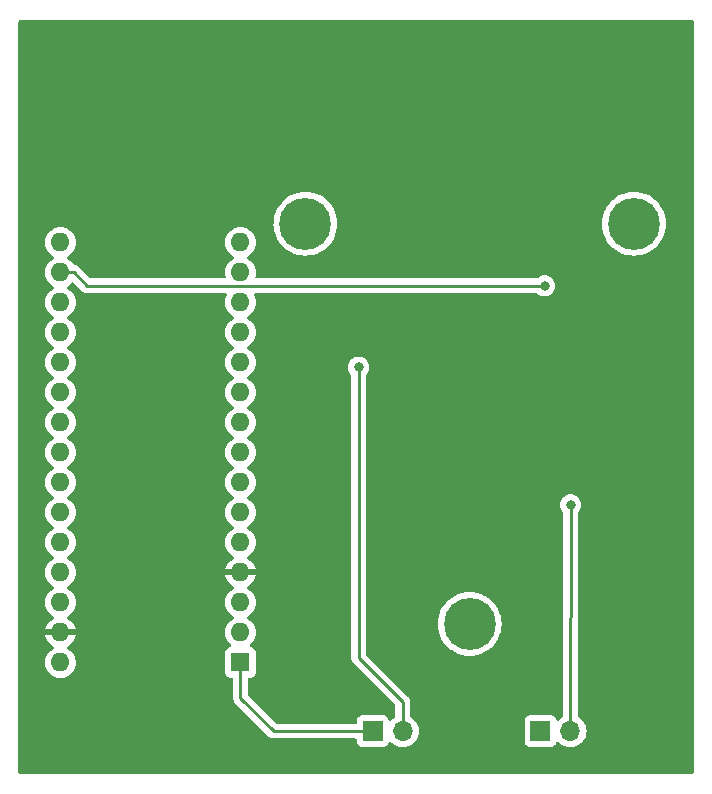
<source format=gbr>
%TF.GenerationSoftware,KiCad,Pcbnew,(7.0.0)*%
%TF.CreationDate,2023-04-30T12:38:50+09:00*%
%TF.ProjectId,RES_project,5245535f-7072-46f6-9a65-63742e6b6963,rev?*%
%TF.SameCoordinates,Original*%
%TF.FileFunction,Copper,L2,Bot*%
%TF.FilePolarity,Positive*%
%FSLAX46Y46*%
G04 Gerber Fmt 4.6, Leading zero omitted, Abs format (unit mm)*
G04 Created by KiCad (PCBNEW (7.0.0)) date 2023-04-30 12:38:50*
%MOMM*%
%LPD*%
G01*
G04 APERTURE LIST*
%TA.AperFunction,ComponentPad*%
%ADD10R,1.700000X1.700000*%
%TD*%
%TA.AperFunction,ComponentPad*%
%ADD11O,1.700000X1.700000*%
%TD*%
%TA.AperFunction,ComponentPad*%
%ADD12C,4.400000*%
%TD*%
%TA.AperFunction,ComponentPad*%
%ADD13R,1.600000X1.600000*%
%TD*%
%TA.AperFunction,ComponentPad*%
%ADD14O,1.600000X1.600000*%
%TD*%
%TA.AperFunction,ViaPad*%
%ADD15C,0.800000*%
%TD*%
%TA.AperFunction,Conductor*%
%ADD16C,0.250000*%
%TD*%
G04 APERTURE END LIST*
D10*
%TO.P,JP2,1,A*%
%TO.N,ard_RX*%
X73999999Y-88199999D03*
D11*
%TO.P,JP2,2,B*%
%TO.N,IM920_TX*%
X76539999Y-88199999D03*
%TD*%
D12*
%TO.P,U1,*%
%TO.N,*%
X81900000Y-45240000D03*
X68000000Y-79140000D03*
X54100000Y-45240000D03*
%TD*%
D13*
%TO.P,A1,1,D1/TX*%
%TO.N,ard_TX*%
X48599999Y-82379999D03*
D14*
%TO.P,A1,2,D0/RX*%
%TO.N,ard_RX*%
X48599999Y-79839999D03*
%TO.P,A1,3,~{RESET}*%
%TO.N,unconnected-(A1-~{RESET}-Pad3)*%
X48599999Y-77299999D03*
%TO.P,A1,4,GND*%
%TO.N,GND*%
X48599999Y-74759999D03*
%TO.P,A1,5,D2*%
%TO.N,unconnected-(A1-D2-Pad5)*%
X48599999Y-72219999D03*
%TO.P,A1,6,D3*%
%TO.N,unconnected-(A1-D3-Pad6)*%
X48599999Y-69679999D03*
%TO.P,A1,7,D4*%
%TO.N,unconnected-(A1-D4-Pad7)*%
X48599999Y-67139999D03*
%TO.P,A1,8,D5*%
%TO.N,unconnected-(A1-D5-Pad8)*%
X48599999Y-64599999D03*
%TO.P,A1,9,D6*%
%TO.N,unconnected-(A1-D6-Pad9)*%
X48599999Y-62059999D03*
%TO.P,A1,10,D7*%
%TO.N,unconnected-(A1-D7-Pad10)*%
X48599999Y-59519999D03*
%TO.P,A1,11,D8*%
%TO.N,unconnected-(A1-D8-Pad11)*%
X48599999Y-56979999D03*
%TO.P,A1,12,D9*%
%TO.N,unconnected-(A1-D9-Pad12)*%
X48599999Y-54439999D03*
%TO.P,A1,13,D10*%
%TO.N,unconnected-(A1-D10-Pad13)*%
X48599999Y-51899999D03*
%TO.P,A1,14,D11*%
%TO.N,unconnected-(A1-D11-Pad14)*%
X48599999Y-49359999D03*
%TO.P,A1,15,D12*%
%TO.N,unconnected-(A1-D12-Pad15)*%
X48599999Y-46819999D03*
%TO.P,A1,16,D13*%
%TO.N,unconnected-(A1-D13-Pad16)*%
X33359999Y-46819999D03*
%TO.P,A1,17,3V3*%
%TO.N,+3.3V*%
X33359999Y-49359999D03*
%TO.P,A1,18,AREF*%
%TO.N,unconnected-(A1-AREF-Pad18)*%
X33359999Y-51899999D03*
%TO.P,A1,19,A0*%
%TO.N,unconnected-(A1-A0-Pad19)*%
X33359999Y-54439999D03*
%TO.P,A1,20,A1*%
%TO.N,unconnected-(A1-A1-Pad20)*%
X33359999Y-56979999D03*
%TO.P,A1,21,A2*%
%TO.N,unconnected-(A1-A2-Pad21)*%
X33359999Y-59519999D03*
%TO.P,A1,22,A3*%
%TO.N,unconnected-(A1-A3-Pad22)*%
X33359999Y-62059999D03*
%TO.P,A1,23,A4*%
%TO.N,unconnected-(A1-A4-Pad23)*%
X33359999Y-64599999D03*
%TO.P,A1,24,A5*%
%TO.N,unconnected-(A1-A5-Pad24)*%
X33359999Y-67139999D03*
%TO.P,A1,25,A6*%
%TO.N,Bootom*%
X33359999Y-69679999D03*
%TO.P,A1,26,A7*%
%TO.N,unconnected-(A1-A7-Pad26)*%
X33359999Y-72219999D03*
%TO.P,A1,27,+5V*%
%TO.N,unconnected-(A1-+5V-Pad27)*%
X33359999Y-74759999D03*
%TO.P,A1,28,~{RESET}*%
%TO.N,unconnected-(A1-~{RESET}-Pad28)*%
X33359999Y-77299999D03*
%TO.P,A1,29,GND*%
%TO.N,GND*%
X33359999Y-79839999D03*
%TO.P,A1,30,VIN*%
%TO.N,unconnected-(A1-VIN-Pad30)*%
X33359999Y-82379999D03*
%TD*%
D10*
%TO.P,JP1,1,A*%
%TO.N,ard_TX*%
X59799999Y-88199999D03*
D11*
%TO.P,JP1,2,B*%
%TO.N,IM920_RX*%
X62339999Y-88199999D03*
%TD*%
D15*
%TO.N,+3.3V*%
X74350000Y-50498200D03*
%TO.N,IM920_RX*%
X58600000Y-57400000D03*
%TO.N,IM920_TX*%
X76550000Y-69050000D03*
%TD*%
D16*
%TO.N,ard_TX*%
X48600000Y-85400000D02*
X48600000Y-82380000D01*
X59800000Y-88200000D02*
X51400000Y-88200000D01*
X51400000Y-88200000D02*
X48600000Y-85400000D01*
%TO.N,GND*%
X34485100Y-79840000D02*
X39565100Y-74760000D01*
X33360000Y-79840000D02*
X34485100Y-79840000D01*
X39565100Y-74760000D02*
X48600000Y-74760000D01*
%TO.N,+3.3V*%
X33360000Y-49360000D02*
X34485100Y-49360000D01*
X35623300Y-50498200D02*
X74350000Y-50498200D01*
X34485100Y-49360000D02*
X35623300Y-50498200D01*
%TO.N,IM920_RX*%
X58600000Y-82000000D02*
X58600000Y-57400000D01*
X62340000Y-85740000D02*
X62340000Y-86400000D01*
X62340000Y-88200000D02*
X62340000Y-86400000D01*
X58600000Y-82000000D02*
X62340000Y-85740000D01*
%TO.N,IM920_TX*%
X76540000Y-88200000D02*
X76550000Y-69050000D01*
%TD*%
%TA.AperFunction,Conductor*%
%TO.N,GND*%
G36*
X86937500Y-28017113D02*
G01*
X86982887Y-28062500D01*
X86999500Y-28124500D01*
X86999500Y-91675500D01*
X86982887Y-91737500D01*
X86937500Y-91782887D01*
X86875500Y-91799500D01*
X29924500Y-91799500D01*
X29862500Y-91782887D01*
X29817113Y-91737500D01*
X29800500Y-91675500D01*
X29800500Y-82380000D01*
X32054532Y-82380000D01*
X32055004Y-82385395D01*
X32056332Y-82400580D01*
X32074365Y-82606692D01*
X32075762Y-82611907D01*
X32075764Y-82611916D01*
X32131858Y-82821263D01*
X32131861Y-82821271D01*
X32133261Y-82826496D01*
X32229432Y-83032734D01*
X32359953Y-83219139D01*
X32520861Y-83380047D01*
X32707266Y-83510568D01*
X32913504Y-83606739D01*
X32918734Y-83608140D01*
X32918736Y-83608141D01*
X33128083Y-83664235D01*
X33133308Y-83665635D01*
X33360000Y-83685468D01*
X33586692Y-83665635D01*
X33806496Y-83606739D01*
X34012734Y-83510568D01*
X34199139Y-83380047D01*
X34360047Y-83219139D01*
X34490568Y-83032734D01*
X34586739Y-82826496D01*
X34645635Y-82606692D01*
X34665468Y-82380000D01*
X34645635Y-82153308D01*
X34628894Y-82090830D01*
X34588141Y-81938736D01*
X34588140Y-81938734D01*
X34586739Y-81933504D01*
X34490568Y-81727266D01*
X34360047Y-81540861D01*
X34199139Y-81379953D01*
X34012734Y-81249432D01*
X34007831Y-81247145D01*
X34007823Y-81247141D01*
X33954134Y-81222106D01*
X33901958Y-81176349D01*
X33882539Y-81109723D01*
X33901959Y-81043098D01*
X33954135Y-80997341D01*
X34007585Y-80972417D01*
X34016912Y-80967032D01*
X34194381Y-80842767D01*
X34202647Y-80835830D01*
X34355830Y-80682647D01*
X34362767Y-80674381D01*
X34487032Y-80496912D01*
X34492420Y-80487580D01*
X34583977Y-80291234D01*
X34587669Y-80281092D01*
X34635179Y-80103780D01*
X34635547Y-80092551D01*
X34624605Y-80090000D01*
X32095395Y-80090000D01*
X32084452Y-80092551D01*
X32084820Y-80103780D01*
X32132330Y-80281092D01*
X32136022Y-80291234D01*
X32227579Y-80487580D01*
X32232967Y-80496912D01*
X32357232Y-80674381D01*
X32364169Y-80682647D01*
X32517352Y-80835830D01*
X32525618Y-80842767D01*
X32703087Y-80967032D01*
X32712423Y-80972422D01*
X32765864Y-80997342D01*
X32818040Y-81043098D01*
X32837460Y-81109723D01*
X32818041Y-81176348D01*
X32765865Y-81222106D01*
X32707266Y-81249432D01*
X32702833Y-81252535D01*
X32702826Y-81252540D01*
X32525296Y-81376847D01*
X32525291Y-81376850D01*
X32520861Y-81379953D01*
X32517037Y-81383776D01*
X32517031Y-81383782D01*
X32363782Y-81537031D01*
X32363776Y-81537037D01*
X32359953Y-81540861D01*
X32356850Y-81545291D01*
X32356847Y-81545296D01*
X32232540Y-81722826D01*
X32232535Y-81722833D01*
X32229432Y-81727266D01*
X32227144Y-81732172D01*
X32227142Y-81732176D01*
X32135550Y-81928594D01*
X32135547Y-81928599D01*
X32133261Y-81933504D01*
X32131862Y-81938724D01*
X32131858Y-81938736D01*
X32075764Y-82148083D01*
X32075762Y-82148094D01*
X32074365Y-82153308D01*
X32073893Y-82158693D01*
X32073893Y-82158698D01*
X32058114Y-82339060D01*
X32054532Y-82380000D01*
X29800500Y-82380000D01*
X29800500Y-79840000D01*
X47294532Y-79840000D01*
X47314365Y-80066692D01*
X47315762Y-80071907D01*
X47315764Y-80071916D01*
X47371858Y-80281263D01*
X47371861Y-80281271D01*
X47373261Y-80286496D01*
X47469432Y-80492734D01*
X47599953Y-80679139D01*
X47760861Y-80840047D01*
X47785463Y-80857273D01*
X47824600Y-80902114D01*
X47838334Y-80960028D01*
X47823501Y-81017669D01*
X47783517Y-81061758D01*
X47727595Y-81082138D01*
X47700230Y-81085079D01*
X47700223Y-81085080D01*
X47692517Y-81085909D01*
X47685252Y-81088618D01*
X47685246Y-81088620D01*
X47565980Y-81133104D01*
X47565978Y-81133104D01*
X47557669Y-81136204D01*
X47550572Y-81141516D01*
X47550568Y-81141519D01*
X47449550Y-81217141D01*
X47449546Y-81217144D01*
X47442454Y-81222454D01*
X47437144Y-81229546D01*
X47437141Y-81229550D01*
X47361519Y-81330568D01*
X47361516Y-81330572D01*
X47356204Y-81337669D01*
X47353104Y-81345978D01*
X47353104Y-81345980D01*
X47308620Y-81465247D01*
X47308619Y-81465250D01*
X47305909Y-81472517D01*
X47305079Y-81480227D01*
X47305079Y-81480232D01*
X47299855Y-81528819D01*
X47299854Y-81528831D01*
X47299500Y-81532127D01*
X47299500Y-81535448D01*
X47299500Y-81535449D01*
X47299500Y-83224560D01*
X47299500Y-83224578D01*
X47299501Y-83227872D01*
X47299853Y-83231150D01*
X47299854Y-83231161D01*
X47305079Y-83279768D01*
X47305080Y-83279773D01*
X47305909Y-83287483D01*
X47308619Y-83294749D01*
X47308620Y-83294753D01*
X47339005Y-83376217D01*
X47356204Y-83422331D01*
X47442454Y-83537546D01*
X47557669Y-83623796D01*
X47692517Y-83674091D01*
X47752127Y-83680500D01*
X47850500Y-83680500D01*
X47912500Y-83697113D01*
X47957887Y-83742500D01*
X47974500Y-83804500D01*
X47974500Y-85322225D01*
X47973978Y-85333280D01*
X47972327Y-85340667D01*
X47972571Y-85348453D01*
X47972571Y-85348461D01*
X47974439Y-85407873D01*
X47974500Y-85411768D01*
X47974500Y-85439350D01*
X47974988Y-85443219D01*
X47974989Y-85443225D01*
X47975004Y-85443343D01*
X47975918Y-85454966D01*
X47977045Y-85490830D01*
X47977046Y-85490837D01*
X47977291Y-85498627D01*
X47979467Y-85506119D01*
X47979468Y-85506121D01*
X47982879Y-85517862D01*
X47986825Y-85536915D01*
X47989336Y-85556792D01*
X47992206Y-85564042D01*
X47992208Y-85564048D01*
X48005414Y-85597404D01*
X48009197Y-85608451D01*
X48021382Y-85650390D01*
X48025353Y-85657105D01*
X48025354Y-85657107D01*
X48031581Y-85667637D01*
X48040136Y-85685099D01*
X48044642Y-85696480D01*
X48044643Y-85696483D01*
X48047514Y-85703732D01*
X48065305Y-85728219D01*
X48073181Y-85739060D01*
X48079593Y-85748822D01*
X48097856Y-85779702D01*
X48097859Y-85779707D01*
X48101830Y-85786420D01*
X48107345Y-85791935D01*
X48115990Y-85800580D01*
X48128626Y-85815374D01*
X48135819Y-85825275D01*
X48135823Y-85825279D01*
X48140406Y-85831587D01*
X48146415Y-85836558D01*
X48146416Y-85836559D01*
X48174058Y-85859426D01*
X48182699Y-85867289D01*
X50902707Y-88587298D01*
X50910159Y-88595487D01*
X50914214Y-88601877D01*
X50963223Y-88647900D01*
X50966019Y-88650610D01*
X50985529Y-88670120D01*
X50988709Y-88672587D01*
X50997571Y-88680155D01*
X51011020Y-88692785D01*
X51023732Y-88704723D01*
X51023734Y-88704724D01*
X51029418Y-88710062D01*
X51036251Y-88713818D01*
X51036252Y-88713819D01*
X51046973Y-88719713D01*
X51063234Y-88730394D01*
X51079064Y-88742673D01*
X51119154Y-88760021D01*
X51129631Y-88765154D01*
X51167908Y-88786197D01*
X51184957Y-88790574D01*
X51187305Y-88791177D01*
X51205719Y-88797481D01*
X51224104Y-88805438D01*
X51267265Y-88812273D01*
X51278664Y-88814634D01*
X51320981Y-88825500D01*
X51341017Y-88825500D01*
X51360402Y-88827025D01*
X51380196Y-88830160D01*
X51418276Y-88826560D01*
X51423676Y-88826050D01*
X51435345Y-88825500D01*
X58325501Y-88825500D01*
X58387501Y-88842113D01*
X58432888Y-88887500D01*
X58449501Y-88949500D01*
X58449501Y-89097872D01*
X58449853Y-89101150D01*
X58449854Y-89101161D01*
X58455079Y-89149768D01*
X58455080Y-89149773D01*
X58455909Y-89157483D01*
X58458619Y-89164749D01*
X58458620Y-89164753D01*
X58484695Y-89234663D01*
X58506204Y-89292331D01*
X58511518Y-89299430D01*
X58511519Y-89299431D01*
X58567367Y-89374035D01*
X58592454Y-89407546D01*
X58707669Y-89493796D01*
X58842517Y-89544091D01*
X58902127Y-89550500D01*
X60697872Y-89550499D01*
X60757483Y-89544091D01*
X60892331Y-89493796D01*
X61007546Y-89407546D01*
X61093796Y-89292331D01*
X61142810Y-89160916D01*
X61177789Y-89110537D01*
X61232634Y-89083084D01*
X61293927Y-89085273D01*
X61346673Y-89116569D01*
X61468599Y-89238495D01*
X61473031Y-89241598D01*
X61473033Y-89241600D01*
X61617260Y-89342589D01*
X61662170Y-89374035D01*
X61876337Y-89473903D01*
X62104592Y-89535063D01*
X62340000Y-89555659D01*
X62575408Y-89535063D01*
X62803663Y-89473903D01*
X63017830Y-89374035D01*
X63211401Y-89238495D01*
X63355318Y-89094578D01*
X72649500Y-89094578D01*
X72649501Y-89097872D01*
X72649853Y-89101150D01*
X72649854Y-89101161D01*
X72655079Y-89149768D01*
X72655080Y-89149773D01*
X72655909Y-89157483D01*
X72658619Y-89164749D01*
X72658620Y-89164753D01*
X72684695Y-89234663D01*
X72706204Y-89292331D01*
X72711518Y-89299430D01*
X72711519Y-89299431D01*
X72767367Y-89374035D01*
X72792454Y-89407546D01*
X72907669Y-89493796D01*
X73042517Y-89544091D01*
X73102127Y-89550500D01*
X74897872Y-89550499D01*
X74957483Y-89544091D01*
X75092331Y-89493796D01*
X75207546Y-89407546D01*
X75293796Y-89292331D01*
X75342810Y-89160916D01*
X75377789Y-89110537D01*
X75432634Y-89083084D01*
X75493927Y-89085273D01*
X75546673Y-89116569D01*
X75668599Y-89238495D01*
X75673031Y-89241598D01*
X75673033Y-89241600D01*
X75817260Y-89342589D01*
X75862170Y-89374035D01*
X76076337Y-89473903D01*
X76304592Y-89535063D01*
X76540000Y-89555659D01*
X76775408Y-89535063D01*
X77003663Y-89473903D01*
X77217830Y-89374035D01*
X77411401Y-89238495D01*
X77578495Y-89071401D01*
X77714035Y-88877830D01*
X77813903Y-88663663D01*
X77875063Y-88435408D01*
X77895659Y-88200000D01*
X77875063Y-87964592D01*
X77813903Y-87736337D01*
X77714035Y-87522171D01*
X77578495Y-87328599D01*
X77411401Y-87161505D01*
X77406970Y-87158402D01*
X77406966Y-87158399D01*
X77219042Y-87026813D01*
X77180162Y-86982466D01*
X77166166Y-86925173D01*
X77166461Y-86360650D01*
X77175134Y-69749027D01*
X77183382Y-69704625D01*
X77206985Y-69666120D01*
X77278182Y-69587049D01*
X77278184Y-69587045D01*
X77282533Y-69582216D01*
X77377179Y-69418284D01*
X77435674Y-69238256D01*
X77455460Y-69050000D01*
X77435674Y-68861744D01*
X77377179Y-68681716D01*
X77282533Y-68517784D01*
X77155871Y-68377112D01*
X77150613Y-68373292D01*
X77150611Y-68373290D01*
X77007988Y-68269669D01*
X77007987Y-68269668D01*
X77002730Y-68265849D01*
X76996792Y-68263205D01*
X76835745Y-68191501D01*
X76835740Y-68191499D01*
X76829803Y-68188856D01*
X76823444Y-68187504D01*
X76823440Y-68187503D01*
X76651008Y-68150852D01*
X76651005Y-68150851D01*
X76644646Y-68149500D01*
X76455354Y-68149500D01*
X76448995Y-68150851D01*
X76448991Y-68150852D01*
X76276559Y-68187503D01*
X76276552Y-68187505D01*
X76270197Y-68188856D01*
X76264262Y-68191498D01*
X76264254Y-68191501D01*
X76103207Y-68263205D01*
X76103202Y-68263207D01*
X76097270Y-68265849D01*
X76092016Y-68269665D01*
X76092011Y-68269669D01*
X75949388Y-68373290D01*
X75949381Y-68373295D01*
X75944129Y-68377112D01*
X75939784Y-68381937D01*
X75939779Y-68381942D01*
X75821813Y-68512956D01*
X75821808Y-68512962D01*
X75817467Y-68517784D01*
X75814222Y-68523404D01*
X75814218Y-68523410D01*
X75726069Y-68676089D01*
X75726066Y-68676094D01*
X75722821Y-68681716D01*
X75720815Y-68687888D01*
X75720813Y-68687894D01*
X75666333Y-68855564D01*
X75666331Y-68855573D01*
X75664326Y-68861744D01*
X75663648Y-68868194D01*
X75663646Y-68868204D01*
X75647396Y-69022826D01*
X75644540Y-69050000D01*
X75645219Y-69056460D01*
X75663646Y-69231795D01*
X75663647Y-69231803D01*
X75664326Y-69238256D01*
X75666331Y-69244428D01*
X75666333Y-69244435D01*
X75720813Y-69412105D01*
X75722821Y-69418284D01*
X75817467Y-69582216D01*
X75821819Y-69587049D01*
X75892284Y-69665309D01*
X75915910Y-69703874D01*
X75924134Y-69748346D01*
X75915166Y-86924386D01*
X75898708Y-86986052D01*
X75860906Y-87024158D01*
X75862171Y-87025965D01*
X75673034Y-87158399D01*
X75673029Y-87158402D01*
X75668599Y-87161505D01*
X75664774Y-87165329D01*
X75664775Y-87165329D01*
X75546673Y-87283431D01*
X75493926Y-87314726D01*
X75432633Y-87316915D01*
X75377789Y-87289462D01*
X75342810Y-87239082D01*
X75315304Y-87165336D01*
X75293796Y-87107669D01*
X75207546Y-86992454D01*
X75092331Y-86906204D01*
X74957483Y-86855909D01*
X74949770Y-86855079D01*
X74949767Y-86855079D01*
X74901180Y-86849855D01*
X74901169Y-86849854D01*
X74897873Y-86849500D01*
X74894550Y-86849500D01*
X73105439Y-86849500D01*
X73105420Y-86849500D01*
X73102128Y-86849501D01*
X73098850Y-86849853D01*
X73098838Y-86849854D01*
X73050231Y-86855079D01*
X73050225Y-86855080D01*
X73042517Y-86855909D01*
X73035252Y-86858618D01*
X73035246Y-86858620D01*
X72915980Y-86903104D01*
X72915978Y-86903104D01*
X72907669Y-86906204D01*
X72900572Y-86911516D01*
X72900568Y-86911519D01*
X72799550Y-86987141D01*
X72799546Y-86987144D01*
X72792454Y-86992454D01*
X72787144Y-86999546D01*
X72787141Y-86999550D01*
X72711519Y-87100568D01*
X72711516Y-87100572D01*
X72706204Y-87107669D01*
X72703104Y-87115978D01*
X72703104Y-87115980D01*
X72658620Y-87235247D01*
X72658619Y-87235250D01*
X72655909Y-87242517D01*
X72655079Y-87250227D01*
X72655079Y-87250232D01*
X72649855Y-87298819D01*
X72649854Y-87298831D01*
X72649500Y-87302127D01*
X72649500Y-87305448D01*
X72649500Y-87305449D01*
X72649500Y-89094560D01*
X72649500Y-89094578D01*
X63355318Y-89094578D01*
X63378495Y-89071401D01*
X63514035Y-88877830D01*
X63613903Y-88663663D01*
X63675063Y-88435408D01*
X63695659Y-88200000D01*
X63675063Y-87964592D01*
X63613903Y-87736337D01*
X63514035Y-87522171D01*
X63378495Y-87328599D01*
X63211401Y-87161505D01*
X63206970Y-87158402D01*
X63206966Y-87158399D01*
X63018376Y-87026347D01*
X62979511Y-86982029D01*
X62965500Y-86924772D01*
X62965500Y-85817775D01*
X62966021Y-85806719D01*
X62967673Y-85799333D01*
X62965561Y-85732113D01*
X62965500Y-85728219D01*
X62965500Y-85704542D01*
X62965500Y-85700650D01*
X62964998Y-85696683D01*
X62964081Y-85685026D01*
X62962710Y-85641373D01*
X62957118Y-85622128D01*
X62953174Y-85603083D01*
X62950664Y-85583208D01*
X62934579Y-85542583D01*
X62930806Y-85531562D01*
X62918618Y-85489610D01*
X62908417Y-85472360D01*
X62899863Y-85454901D01*
X62892486Y-85436268D01*
X62866808Y-85400925D01*
X62860401Y-85391171D01*
X62842142Y-85360296D01*
X62842141Y-85360294D01*
X62838170Y-85353580D01*
X62824005Y-85339415D01*
X62811370Y-85324622D01*
X62799594Y-85308413D01*
X62793583Y-85303440D01*
X62793581Y-85303438D01*
X62765941Y-85280573D01*
X62757300Y-85272710D01*
X59261819Y-81777228D01*
X59234939Y-81737000D01*
X59225500Y-81689547D01*
X59225500Y-79140000D01*
X65294564Y-79140000D01*
X65294790Y-79143736D01*
X65314063Y-79462362D01*
X65314064Y-79462372D01*
X65314290Y-79466104D01*
X65314963Y-79469778D01*
X65314965Y-79469792D01*
X65372502Y-79783762D01*
X65372504Y-79783771D01*
X65373179Y-79787453D01*
X65470373Y-80099361D01*
X65604455Y-80397279D01*
X65606388Y-80400477D01*
X65606392Y-80400484D01*
X65771532Y-80673658D01*
X65771536Y-80673663D01*
X65773470Y-80676863D01*
X65974952Y-80934036D01*
X66205964Y-81165048D01*
X66463137Y-81366530D01*
X66466339Y-81368466D01*
X66466341Y-81368467D01*
X66739515Y-81533607D01*
X66742721Y-81535545D01*
X67040639Y-81669627D01*
X67352547Y-81766821D01*
X67673896Y-81825710D01*
X68000000Y-81845436D01*
X68326104Y-81825710D01*
X68647453Y-81766821D01*
X68959361Y-81669627D01*
X69257279Y-81535545D01*
X69536863Y-81366530D01*
X69794036Y-81165048D01*
X70025048Y-80934036D01*
X70226530Y-80676863D01*
X70395545Y-80397279D01*
X70529627Y-80099361D01*
X70626821Y-79787453D01*
X70685710Y-79466104D01*
X70705436Y-79140000D01*
X70685710Y-78813896D01*
X70626821Y-78492547D01*
X70529627Y-78180639D01*
X70395545Y-77882721D01*
X70393607Y-77879515D01*
X70228467Y-77606341D01*
X70228466Y-77606339D01*
X70226530Y-77603137D01*
X70025048Y-77345964D01*
X69794036Y-77114952D01*
X69536863Y-76913470D01*
X69533663Y-76911536D01*
X69533658Y-76911532D01*
X69260484Y-76746392D01*
X69260477Y-76746388D01*
X69257279Y-76744455D01*
X68959361Y-76610373D01*
X68647453Y-76513179D01*
X68643771Y-76512504D01*
X68643762Y-76512502D01*
X68329792Y-76454965D01*
X68329778Y-76454963D01*
X68326104Y-76454290D01*
X68322372Y-76454064D01*
X68322362Y-76454063D01*
X68003736Y-76434790D01*
X68000000Y-76434564D01*
X67996264Y-76434790D01*
X67677637Y-76454063D01*
X67677625Y-76454064D01*
X67673896Y-76454290D01*
X67670223Y-76454962D01*
X67670207Y-76454965D01*
X67356237Y-76512502D01*
X67356224Y-76512505D01*
X67352547Y-76513179D01*
X67348967Y-76514294D01*
X67348961Y-76514296D01*
X67044216Y-76609258D01*
X67044210Y-76609260D01*
X67040639Y-76610373D01*
X67037230Y-76611907D01*
X67037228Y-76611908D01*
X66746135Y-76742918D01*
X66746128Y-76742921D01*
X66742721Y-76744455D01*
X66739528Y-76746384D01*
X66739515Y-76746392D01*
X66466341Y-76911532D01*
X66466328Y-76911540D01*
X66463137Y-76913470D01*
X66460195Y-76915774D01*
X66460189Y-76915779D01*
X66252239Y-77078698D01*
X66205964Y-77114952D01*
X66203318Y-77117597D01*
X66203310Y-77117605D01*
X65977605Y-77343310D01*
X65977597Y-77343318D01*
X65974952Y-77345964D01*
X65972640Y-77348914D01*
X65972640Y-77348915D01*
X65775779Y-77600189D01*
X65775774Y-77600195D01*
X65773470Y-77603137D01*
X65771540Y-77606328D01*
X65771532Y-77606341D01*
X65606392Y-77879515D01*
X65606384Y-77879528D01*
X65604455Y-77882721D01*
X65602921Y-77886128D01*
X65602918Y-77886135D01*
X65487327Y-78142968D01*
X65470373Y-78180639D01*
X65469260Y-78184210D01*
X65469258Y-78184216D01*
X65383978Y-78457893D01*
X65373179Y-78492547D01*
X65372505Y-78496224D01*
X65372502Y-78496237D01*
X65314965Y-78810207D01*
X65314962Y-78810223D01*
X65314290Y-78813896D01*
X65314064Y-78817625D01*
X65314063Y-78817637D01*
X65295051Y-79131946D01*
X65294564Y-79140000D01*
X59225500Y-79140000D01*
X59225500Y-58098687D01*
X59233736Y-58054249D01*
X59257350Y-58015715D01*
X59286670Y-57983152D01*
X59332533Y-57932216D01*
X59427179Y-57768284D01*
X59485674Y-57588256D01*
X59505460Y-57400000D01*
X59485674Y-57211744D01*
X59427179Y-57031716D01*
X59332533Y-56867784D01*
X59205871Y-56727112D01*
X59200613Y-56723292D01*
X59200611Y-56723290D01*
X59057988Y-56619669D01*
X59057987Y-56619668D01*
X59052730Y-56615849D01*
X59046792Y-56613205D01*
X58885745Y-56541501D01*
X58885740Y-56541499D01*
X58879803Y-56538856D01*
X58873444Y-56537504D01*
X58873440Y-56537503D01*
X58701008Y-56500852D01*
X58701005Y-56500851D01*
X58694646Y-56499500D01*
X58505354Y-56499500D01*
X58498995Y-56500851D01*
X58498991Y-56500852D01*
X58326559Y-56537503D01*
X58326552Y-56537505D01*
X58320197Y-56538856D01*
X58314262Y-56541498D01*
X58314254Y-56541501D01*
X58153207Y-56613205D01*
X58153202Y-56613207D01*
X58147270Y-56615849D01*
X58142016Y-56619665D01*
X58142011Y-56619669D01*
X57999388Y-56723290D01*
X57999381Y-56723295D01*
X57994129Y-56727112D01*
X57989784Y-56731937D01*
X57989779Y-56731942D01*
X57871813Y-56862956D01*
X57871808Y-56862962D01*
X57867467Y-56867784D01*
X57864222Y-56873404D01*
X57864218Y-56873410D01*
X57776069Y-57026089D01*
X57776066Y-57026094D01*
X57772821Y-57031716D01*
X57770815Y-57037888D01*
X57770813Y-57037894D01*
X57716333Y-57205564D01*
X57716331Y-57205573D01*
X57714326Y-57211744D01*
X57713648Y-57218194D01*
X57713646Y-57218204D01*
X57695962Y-57386464D01*
X57694540Y-57400000D01*
X57695219Y-57406460D01*
X57713646Y-57581795D01*
X57713647Y-57581803D01*
X57714326Y-57588256D01*
X57716331Y-57594428D01*
X57716333Y-57594435D01*
X57730220Y-57637173D01*
X57772821Y-57768284D01*
X57867467Y-57932216D01*
X57871811Y-57937041D01*
X57871813Y-57937043D01*
X57942650Y-58015715D01*
X57966264Y-58054249D01*
X57974500Y-58098687D01*
X57974500Y-81922225D01*
X57973978Y-81933280D01*
X57972327Y-81940667D01*
X57972571Y-81948453D01*
X57972571Y-81948461D01*
X57974439Y-82007873D01*
X57974500Y-82011768D01*
X57974500Y-82039350D01*
X57974988Y-82043219D01*
X57974989Y-82043225D01*
X57975004Y-82043343D01*
X57975918Y-82054966D01*
X57977045Y-82090830D01*
X57977046Y-82090837D01*
X57977291Y-82098627D01*
X57979467Y-82106119D01*
X57979468Y-82106121D01*
X57982879Y-82117862D01*
X57986825Y-82136915D01*
X57989336Y-82156792D01*
X57992206Y-82164042D01*
X57992208Y-82164048D01*
X58005414Y-82197404D01*
X58009197Y-82208451D01*
X58021382Y-82250390D01*
X58025353Y-82257105D01*
X58025354Y-82257107D01*
X58031581Y-82267637D01*
X58040136Y-82285099D01*
X58044642Y-82296480D01*
X58044643Y-82296483D01*
X58047514Y-82303732D01*
X58069440Y-82333912D01*
X58073181Y-82339060D01*
X58079593Y-82348822D01*
X58097856Y-82379702D01*
X58097859Y-82379707D01*
X58101830Y-82386420D01*
X58107344Y-82391934D01*
X58107345Y-82391935D01*
X58115990Y-82400580D01*
X58128626Y-82415374D01*
X58135819Y-82425275D01*
X58135823Y-82425279D01*
X58140406Y-82431587D01*
X58146415Y-82436558D01*
X58146416Y-82436559D01*
X58174058Y-82459426D01*
X58182699Y-82467289D01*
X61678181Y-85962771D01*
X61705061Y-86002999D01*
X61714500Y-86050452D01*
X61714500Y-86924774D01*
X61700489Y-86982031D01*
X61661623Y-87026349D01*
X61473034Y-87158399D01*
X61473029Y-87158402D01*
X61468599Y-87161505D01*
X61464774Y-87165329D01*
X61464775Y-87165329D01*
X61346673Y-87283431D01*
X61293926Y-87314726D01*
X61232633Y-87316915D01*
X61177789Y-87289462D01*
X61142810Y-87239082D01*
X61115304Y-87165336D01*
X61093796Y-87107669D01*
X61007546Y-86992454D01*
X60892331Y-86906204D01*
X60757483Y-86855909D01*
X60749770Y-86855079D01*
X60749767Y-86855079D01*
X60701180Y-86849855D01*
X60701169Y-86849854D01*
X60697873Y-86849500D01*
X60694550Y-86849500D01*
X58905439Y-86849500D01*
X58905420Y-86849500D01*
X58902128Y-86849501D01*
X58898850Y-86849853D01*
X58898838Y-86849854D01*
X58850231Y-86855079D01*
X58850225Y-86855080D01*
X58842517Y-86855909D01*
X58835252Y-86858618D01*
X58835246Y-86858620D01*
X58715980Y-86903104D01*
X58715978Y-86903104D01*
X58707669Y-86906204D01*
X58700572Y-86911516D01*
X58700568Y-86911519D01*
X58599550Y-86987141D01*
X58599546Y-86987144D01*
X58592454Y-86992454D01*
X58587144Y-86999546D01*
X58587141Y-86999550D01*
X58511519Y-87100568D01*
X58511516Y-87100572D01*
X58506204Y-87107669D01*
X58503104Y-87115978D01*
X58503104Y-87115980D01*
X58458620Y-87235247D01*
X58458619Y-87235250D01*
X58455909Y-87242517D01*
X58455079Y-87250227D01*
X58455079Y-87250232D01*
X58449855Y-87298819D01*
X58449854Y-87298831D01*
X58449500Y-87302127D01*
X58449500Y-87305449D01*
X58449500Y-87450500D01*
X58432887Y-87512500D01*
X58387500Y-87557887D01*
X58325500Y-87574500D01*
X51710452Y-87574500D01*
X51662999Y-87565061D01*
X51622771Y-87538181D01*
X49261819Y-85177228D01*
X49234939Y-85137000D01*
X49225500Y-85089547D01*
X49225500Y-83804499D01*
X49242113Y-83742499D01*
X49287500Y-83697112D01*
X49349500Y-83680499D01*
X49444561Y-83680499D01*
X49447872Y-83680499D01*
X49507483Y-83674091D01*
X49642331Y-83623796D01*
X49757546Y-83537546D01*
X49843796Y-83422331D01*
X49894091Y-83287483D01*
X49900500Y-83227873D01*
X49900499Y-81532128D01*
X49894091Y-81472517D01*
X49843796Y-81337669D01*
X49757546Y-81222454D01*
X49695956Y-81176348D01*
X49649431Y-81141519D01*
X49649430Y-81141518D01*
X49642331Y-81136204D01*
X49507483Y-81085909D01*
X49499770Y-81085079D01*
X49499767Y-81085079D01*
X49472402Y-81082137D01*
X49416480Y-81061757D01*
X49376497Y-81017667D01*
X49361665Y-80960025D01*
X49375400Y-80902112D01*
X49414536Y-80857273D01*
X49439139Y-80840047D01*
X49600047Y-80679139D01*
X49730568Y-80492734D01*
X49826739Y-80286496D01*
X49885635Y-80066692D01*
X49905468Y-79840000D01*
X49885635Y-79613308D01*
X49826739Y-79393504D01*
X49730568Y-79187266D01*
X49600047Y-79000861D01*
X49439139Y-78839953D01*
X49252734Y-78709432D01*
X49194724Y-78682381D01*
X49142549Y-78636625D01*
X49123130Y-78570000D01*
X49142549Y-78503375D01*
X49194725Y-78457618D01*
X49252734Y-78430568D01*
X49439139Y-78300047D01*
X49600047Y-78139139D01*
X49730568Y-77952734D01*
X49826739Y-77746496D01*
X49885635Y-77526692D01*
X49905468Y-77300000D01*
X49885635Y-77073308D01*
X49884235Y-77068083D01*
X49828141Y-76858736D01*
X49828140Y-76858734D01*
X49826739Y-76853504D01*
X49730568Y-76647266D01*
X49600047Y-76460861D01*
X49439139Y-76299953D01*
X49252734Y-76169432D01*
X49247831Y-76167145D01*
X49247823Y-76167141D01*
X49194134Y-76142106D01*
X49141958Y-76096349D01*
X49122539Y-76029723D01*
X49141959Y-75963098D01*
X49194135Y-75917341D01*
X49247585Y-75892417D01*
X49256912Y-75887032D01*
X49434381Y-75762767D01*
X49442647Y-75755830D01*
X49595830Y-75602647D01*
X49602767Y-75594381D01*
X49727032Y-75416912D01*
X49732420Y-75407580D01*
X49823977Y-75211234D01*
X49827669Y-75201092D01*
X49875179Y-75023780D01*
X49875547Y-75012551D01*
X49864605Y-75010000D01*
X47335395Y-75010000D01*
X47324452Y-75012551D01*
X47324820Y-75023780D01*
X47372330Y-75201092D01*
X47376022Y-75211234D01*
X47467579Y-75407580D01*
X47472967Y-75416912D01*
X47597232Y-75594381D01*
X47604169Y-75602647D01*
X47757352Y-75755830D01*
X47765618Y-75762767D01*
X47943087Y-75887032D01*
X47952423Y-75892422D01*
X48005864Y-75917342D01*
X48058040Y-75963098D01*
X48077460Y-76029723D01*
X48058041Y-76096348D01*
X48005866Y-76142106D01*
X47978868Y-76154695D01*
X47947266Y-76169432D01*
X47942833Y-76172535D01*
X47942826Y-76172540D01*
X47765296Y-76296847D01*
X47765291Y-76296850D01*
X47760861Y-76299953D01*
X47757037Y-76303776D01*
X47757031Y-76303782D01*
X47603782Y-76457031D01*
X47603776Y-76457037D01*
X47599953Y-76460861D01*
X47596850Y-76465291D01*
X47596847Y-76465296D01*
X47472540Y-76642826D01*
X47472535Y-76642833D01*
X47469432Y-76647266D01*
X47467144Y-76652172D01*
X47467142Y-76652176D01*
X47375550Y-76848594D01*
X47375547Y-76848599D01*
X47373261Y-76853504D01*
X47371862Y-76858724D01*
X47371858Y-76858736D01*
X47315764Y-77068083D01*
X47315762Y-77068094D01*
X47314365Y-77073308D01*
X47313893Y-77078693D01*
X47313893Y-77078698D01*
X47295004Y-77294605D01*
X47294532Y-77300000D01*
X47295004Y-77305395D01*
X47298811Y-77348915D01*
X47314365Y-77526692D01*
X47315762Y-77531907D01*
X47315764Y-77531916D01*
X47371858Y-77741263D01*
X47371861Y-77741271D01*
X47373261Y-77746496D01*
X47469432Y-77952734D01*
X47599953Y-78139139D01*
X47760861Y-78300047D01*
X47947266Y-78430568D01*
X47952172Y-78432855D01*
X47952176Y-78432858D01*
X48005274Y-78457618D01*
X48057450Y-78503375D01*
X48076869Y-78570000D01*
X48057450Y-78636625D01*
X48005274Y-78682382D01*
X47952176Y-78707141D01*
X47952163Y-78707148D01*
X47947266Y-78709432D01*
X47942833Y-78712535D01*
X47942826Y-78712540D01*
X47765296Y-78836847D01*
X47765291Y-78836850D01*
X47760861Y-78839953D01*
X47757037Y-78843776D01*
X47757031Y-78843782D01*
X47603782Y-78997031D01*
X47603776Y-78997037D01*
X47599953Y-79000861D01*
X47596850Y-79005291D01*
X47596847Y-79005296D01*
X47472540Y-79182826D01*
X47472535Y-79182833D01*
X47469432Y-79187266D01*
X47467144Y-79192172D01*
X47467142Y-79192176D01*
X47375550Y-79388594D01*
X47375547Y-79388599D01*
X47373261Y-79393504D01*
X47371862Y-79398724D01*
X47371858Y-79398736D01*
X47315764Y-79608083D01*
X47315762Y-79608094D01*
X47314365Y-79613308D01*
X47294532Y-79840000D01*
X29800500Y-79840000D01*
X29800500Y-77300000D01*
X32054532Y-77300000D01*
X32055004Y-77305395D01*
X32058811Y-77348915D01*
X32074365Y-77526692D01*
X32075762Y-77531907D01*
X32075764Y-77531916D01*
X32131858Y-77741263D01*
X32131861Y-77741271D01*
X32133261Y-77746496D01*
X32229432Y-77952734D01*
X32359953Y-78139139D01*
X32520861Y-78300047D01*
X32707266Y-78430568D01*
X32712175Y-78432857D01*
X32712180Y-78432860D01*
X32765864Y-78457893D01*
X32818040Y-78503649D01*
X32837460Y-78570274D01*
X32818041Y-78636899D01*
X32765866Y-78682657D01*
X32712416Y-78707581D01*
X32703087Y-78712967D01*
X32525618Y-78837232D01*
X32517352Y-78844169D01*
X32364169Y-78997352D01*
X32357232Y-79005618D01*
X32232967Y-79183087D01*
X32227579Y-79192419D01*
X32136022Y-79388765D01*
X32132330Y-79398907D01*
X32084820Y-79576219D01*
X32084452Y-79587448D01*
X32095395Y-79590000D01*
X34624605Y-79590000D01*
X34635547Y-79587448D01*
X34635179Y-79576219D01*
X34587669Y-79398907D01*
X34583977Y-79388765D01*
X34492420Y-79192419D01*
X34487032Y-79183087D01*
X34362767Y-79005618D01*
X34355830Y-78997352D01*
X34202647Y-78844169D01*
X34194381Y-78837232D01*
X34016912Y-78712967D01*
X34007579Y-78707579D01*
X33954134Y-78682657D01*
X33901958Y-78636899D01*
X33882539Y-78570274D01*
X33901959Y-78503649D01*
X33954131Y-78457894D01*
X34012734Y-78430568D01*
X34199139Y-78300047D01*
X34360047Y-78139139D01*
X34490568Y-77952734D01*
X34586739Y-77746496D01*
X34645635Y-77526692D01*
X34665468Y-77300000D01*
X34645635Y-77073308D01*
X34644235Y-77068083D01*
X34588141Y-76858736D01*
X34588140Y-76858734D01*
X34586739Y-76853504D01*
X34490568Y-76647266D01*
X34360047Y-76460861D01*
X34199139Y-76299953D01*
X34012734Y-76169432D01*
X34007827Y-76167143D01*
X34007817Y-76167138D01*
X33954724Y-76142380D01*
X33902549Y-76096623D01*
X33883130Y-76029997D01*
X33902550Y-75963372D01*
X33954723Y-75917618D01*
X34012734Y-75890568D01*
X34199139Y-75760047D01*
X34360047Y-75599139D01*
X34490568Y-75412734D01*
X34586739Y-75206496D01*
X34645635Y-74986692D01*
X34665468Y-74760000D01*
X34645635Y-74533308D01*
X34586739Y-74313504D01*
X34490568Y-74107266D01*
X34360047Y-73920861D01*
X34199139Y-73759953D01*
X34012734Y-73629432D01*
X33954724Y-73602381D01*
X33902549Y-73556625D01*
X33883130Y-73490000D01*
X33902549Y-73423375D01*
X33954725Y-73377618D01*
X34012734Y-73350568D01*
X34199139Y-73220047D01*
X34360047Y-73059139D01*
X34490568Y-72872734D01*
X34586739Y-72666496D01*
X34645635Y-72446692D01*
X34665468Y-72220000D01*
X34645635Y-71993308D01*
X34586739Y-71773504D01*
X34490568Y-71567266D01*
X34360047Y-71380861D01*
X34199139Y-71219953D01*
X34012734Y-71089432D01*
X33954724Y-71062381D01*
X33902549Y-71016625D01*
X33883130Y-70950000D01*
X33902549Y-70883375D01*
X33954725Y-70837618D01*
X34012734Y-70810568D01*
X34199139Y-70680047D01*
X34360047Y-70519139D01*
X34490568Y-70332734D01*
X34586739Y-70126496D01*
X34645635Y-69906692D01*
X34665468Y-69680000D01*
X34645635Y-69453308D01*
X34586739Y-69233504D01*
X34490568Y-69027266D01*
X34360047Y-68840861D01*
X34199139Y-68679953D01*
X34012734Y-68549432D01*
X33954724Y-68522381D01*
X33902549Y-68476625D01*
X33883130Y-68410000D01*
X33902549Y-68343375D01*
X33954725Y-68297618D01*
X34012734Y-68270568D01*
X34199139Y-68140047D01*
X34360047Y-67979139D01*
X34490568Y-67792734D01*
X34586739Y-67586496D01*
X34645635Y-67366692D01*
X34665468Y-67140000D01*
X34645635Y-66913308D01*
X34586739Y-66693504D01*
X34490568Y-66487266D01*
X34360047Y-66300861D01*
X34199139Y-66139953D01*
X34012734Y-66009432D01*
X33954724Y-65982381D01*
X33902549Y-65936625D01*
X33883130Y-65870000D01*
X33902549Y-65803375D01*
X33954725Y-65757618D01*
X34012734Y-65730568D01*
X34199139Y-65600047D01*
X34360047Y-65439139D01*
X34490568Y-65252734D01*
X34586739Y-65046496D01*
X34645635Y-64826692D01*
X34665468Y-64600000D01*
X34645635Y-64373308D01*
X34586739Y-64153504D01*
X34490568Y-63947266D01*
X34360047Y-63760861D01*
X34199139Y-63599953D01*
X34012734Y-63469432D01*
X33954724Y-63442381D01*
X33902549Y-63396625D01*
X33883130Y-63330000D01*
X33902549Y-63263375D01*
X33954725Y-63217618D01*
X34012734Y-63190568D01*
X34199139Y-63060047D01*
X34360047Y-62899139D01*
X34490568Y-62712734D01*
X34586739Y-62506496D01*
X34645635Y-62286692D01*
X34665468Y-62060000D01*
X34645635Y-61833308D01*
X34586739Y-61613504D01*
X34490568Y-61407266D01*
X34360047Y-61220861D01*
X34199139Y-61059953D01*
X34012734Y-60929432D01*
X33954724Y-60902381D01*
X33902549Y-60856625D01*
X33883130Y-60790000D01*
X33902549Y-60723375D01*
X33954725Y-60677618D01*
X34012734Y-60650568D01*
X34199139Y-60520047D01*
X34360047Y-60359139D01*
X34490568Y-60172734D01*
X34586739Y-59966496D01*
X34645635Y-59746692D01*
X34665468Y-59520000D01*
X34645635Y-59293308D01*
X34586739Y-59073504D01*
X34490568Y-58867266D01*
X34360047Y-58680861D01*
X34199139Y-58519953D01*
X34012734Y-58389432D01*
X34007827Y-58387143D01*
X34007817Y-58387138D01*
X33954724Y-58362380D01*
X33902549Y-58316623D01*
X33883130Y-58249997D01*
X33902550Y-58183372D01*
X33954723Y-58137618D01*
X34012734Y-58110568D01*
X34199139Y-57980047D01*
X34360047Y-57819139D01*
X34490568Y-57632734D01*
X34586739Y-57426496D01*
X34645635Y-57206692D01*
X34665468Y-56980000D01*
X34645635Y-56753308D01*
X34586739Y-56533504D01*
X34490568Y-56327266D01*
X34360047Y-56140861D01*
X34199139Y-55979953D01*
X34012734Y-55849432D01*
X33954724Y-55822381D01*
X33902549Y-55776625D01*
X33883130Y-55710000D01*
X33902549Y-55643375D01*
X33954725Y-55597618D01*
X34012734Y-55570568D01*
X34199139Y-55440047D01*
X34360047Y-55279139D01*
X34490568Y-55092734D01*
X34586739Y-54886496D01*
X34645635Y-54666692D01*
X34665468Y-54440000D01*
X34645635Y-54213308D01*
X34586739Y-53993504D01*
X34490568Y-53787266D01*
X34360047Y-53600861D01*
X34199139Y-53439953D01*
X34012734Y-53309432D01*
X33954724Y-53282381D01*
X33902549Y-53236625D01*
X33883130Y-53170000D01*
X33902549Y-53103375D01*
X33954725Y-53057618D01*
X34012734Y-53030568D01*
X34199139Y-52900047D01*
X34360047Y-52739139D01*
X34490568Y-52552734D01*
X34586739Y-52346496D01*
X34645635Y-52126692D01*
X34665468Y-51900000D01*
X34645635Y-51673308D01*
X34586739Y-51453504D01*
X34490568Y-51247266D01*
X34360047Y-51060861D01*
X34199139Y-50899953D01*
X34012734Y-50769432D01*
X33954724Y-50742381D01*
X33902549Y-50696625D01*
X33883130Y-50630000D01*
X33902549Y-50563375D01*
X33954725Y-50517618D01*
X34012734Y-50490568D01*
X34199139Y-50360047D01*
X34312169Y-50247016D01*
X34367753Y-50214925D01*
X34431940Y-50214925D01*
X34487528Y-50247019D01*
X35126007Y-50885498D01*
X35133459Y-50893687D01*
X35137514Y-50900077D01*
X35186523Y-50946100D01*
X35189319Y-50948810D01*
X35208829Y-50968320D01*
X35212009Y-50970787D01*
X35220871Y-50978355D01*
X35234320Y-50990985D01*
X35247032Y-51002923D01*
X35247034Y-51002924D01*
X35252718Y-51008262D01*
X35259551Y-51012018D01*
X35259552Y-51012019D01*
X35270273Y-51017913D01*
X35286534Y-51028594D01*
X35302364Y-51040873D01*
X35342454Y-51058221D01*
X35352931Y-51063354D01*
X35391208Y-51084397D01*
X35408257Y-51088774D01*
X35410605Y-51089377D01*
X35429019Y-51095681D01*
X35447404Y-51103638D01*
X35490565Y-51110473D01*
X35501964Y-51112834D01*
X35544281Y-51123700D01*
X35564317Y-51123700D01*
X35583702Y-51125225D01*
X35603496Y-51128360D01*
X35641576Y-51124760D01*
X35646976Y-51124250D01*
X35658645Y-51123700D01*
X47332411Y-51123700D01*
X47392054Y-51138986D01*
X47436992Y-51181075D01*
X47456146Y-51239590D01*
X47444793Y-51300105D01*
X47375550Y-51448594D01*
X47375547Y-51448599D01*
X47373261Y-51453504D01*
X47371862Y-51458724D01*
X47371858Y-51458736D01*
X47315764Y-51668083D01*
X47315762Y-51668094D01*
X47314365Y-51673308D01*
X47294532Y-51900000D01*
X47314365Y-52126692D01*
X47315762Y-52131907D01*
X47315764Y-52131916D01*
X47371858Y-52341263D01*
X47371861Y-52341271D01*
X47373261Y-52346496D01*
X47469432Y-52552734D01*
X47599953Y-52739139D01*
X47760861Y-52900047D01*
X47947266Y-53030568D01*
X47952172Y-53032855D01*
X47952176Y-53032858D01*
X48005274Y-53057618D01*
X48057450Y-53103375D01*
X48076869Y-53170000D01*
X48057450Y-53236625D01*
X48005274Y-53282382D01*
X47952176Y-53307141D01*
X47952163Y-53307148D01*
X47947266Y-53309432D01*
X47942833Y-53312535D01*
X47942826Y-53312540D01*
X47765296Y-53436847D01*
X47765291Y-53436850D01*
X47760861Y-53439953D01*
X47757037Y-53443776D01*
X47757031Y-53443782D01*
X47603782Y-53597031D01*
X47603776Y-53597037D01*
X47599953Y-53600861D01*
X47596850Y-53605291D01*
X47596847Y-53605296D01*
X47472540Y-53782826D01*
X47472535Y-53782833D01*
X47469432Y-53787266D01*
X47467144Y-53792172D01*
X47467142Y-53792176D01*
X47375550Y-53988594D01*
X47375547Y-53988599D01*
X47373261Y-53993504D01*
X47371862Y-53998724D01*
X47371858Y-53998736D01*
X47315764Y-54208083D01*
X47315762Y-54208094D01*
X47314365Y-54213308D01*
X47294532Y-54440000D01*
X47314365Y-54666692D01*
X47315762Y-54671907D01*
X47315764Y-54671916D01*
X47371858Y-54881263D01*
X47371861Y-54881271D01*
X47373261Y-54886496D01*
X47469432Y-55092734D01*
X47599953Y-55279139D01*
X47760861Y-55440047D01*
X47947266Y-55570568D01*
X47952172Y-55572855D01*
X47952176Y-55572858D01*
X48005274Y-55597618D01*
X48057450Y-55643375D01*
X48076869Y-55710000D01*
X48057450Y-55776625D01*
X48005274Y-55822382D01*
X47952176Y-55847141D01*
X47952163Y-55847148D01*
X47947266Y-55849432D01*
X47942833Y-55852535D01*
X47942826Y-55852540D01*
X47765296Y-55976847D01*
X47765291Y-55976850D01*
X47760861Y-55979953D01*
X47757037Y-55983776D01*
X47757031Y-55983782D01*
X47603782Y-56137031D01*
X47603776Y-56137037D01*
X47599953Y-56140861D01*
X47596850Y-56145291D01*
X47596847Y-56145296D01*
X47472540Y-56322826D01*
X47472535Y-56322833D01*
X47469432Y-56327266D01*
X47467144Y-56332172D01*
X47467142Y-56332176D01*
X47375550Y-56528594D01*
X47375547Y-56528599D01*
X47373261Y-56533504D01*
X47371862Y-56538724D01*
X47371858Y-56538736D01*
X47315764Y-56748083D01*
X47315762Y-56748094D01*
X47314365Y-56753308D01*
X47313893Y-56758693D01*
X47313893Y-56758698D01*
X47303857Y-56873410D01*
X47294532Y-56980000D01*
X47295004Y-56985395D01*
X47299056Y-57031716D01*
X47314365Y-57206692D01*
X47315762Y-57211907D01*
X47315764Y-57211916D01*
X47371858Y-57421263D01*
X47371861Y-57421271D01*
X47373261Y-57426496D01*
X47469432Y-57632734D01*
X47599953Y-57819139D01*
X47760861Y-57980047D01*
X47947266Y-58110568D01*
X47952172Y-58112855D01*
X47952176Y-58112858D01*
X48005274Y-58137618D01*
X48057450Y-58183375D01*
X48076869Y-58250000D01*
X48057450Y-58316625D01*
X48005274Y-58362382D01*
X47952176Y-58387141D01*
X47952163Y-58387148D01*
X47947266Y-58389432D01*
X47942833Y-58392535D01*
X47942826Y-58392540D01*
X47765296Y-58516847D01*
X47765291Y-58516850D01*
X47760861Y-58519953D01*
X47757037Y-58523776D01*
X47757031Y-58523782D01*
X47603782Y-58677031D01*
X47603776Y-58677037D01*
X47599953Y-58680861D01*
X47596850Y-58685291D01*
X47596847Y-58685296D01*
X47472540Y-58862826D01*
X47472535Y-58862833D01*
X47469432Y-58867266D01*
X47467144Y-58872172D01*
X47467142Y-58872176D01*
X47375550Y-59068594D01*
X47375547Y-59068599D01*
X47373261Y-59073504D01*
X47371862Y-59078724D01*
X47371858Y-59078736D01*
X47315764Y-59288083D01*
X47315762Y-59288094D01*
X47314365Y-59293308D01*
X47294532Y-59520000D01*
X47314365Y-59746692D01*
X47315762Y-59751907D01*
X47315764Y-59751916D01*
X47371858Y-59961263D01*
X47371861Y-59961271D01*
X47373261Y-59966496D01*
X47469432Y-60172734D01*
X47599953Y-60359139D01*
X47760861Y-60520047D01*
X47947266Y-60650568D01*
X47952172Y-60652855D01*
X47952176Y-60652858D01*
X48005274Y-60677618D01*
X48057450Y-60723375D01*
X48076869Y-60790000D01*
X48057450Y-60856625D01*
X48005274Y-60902382D01*
X47952176Y-60927141D01*
X47952163Y-60927148D01*
X47947266Y-60929432D01*
X47942833Y-60932535D01*
X47942826Y-60932540D01*
X47765296Y-61056847D01*
X47765291Y-61056850D01*
X47760861Y-61059953D01*
X47757037Y-61063776D01*
X47757031Y-61063782D01*
X47603782Y-61217031D01*
X47603776Y-61217037D01*
X47599953Y-61220861D01*
X47596850Y-61225291D01*
X47596847Y-61225296D01*
X47472540Y-61402826D01*
X47472535Y-61402833D01*
X47469432Y-61407266D01*
X47467144Y-61412172D01*
X47467142Y-61412176D01*
X47375550Y-61608594D01*
X47375547Y-61608599D01*
X47373261Y-61613504D01*
X47371862Y-61618724D01*
X47371858Y-61618736D01*
X47315764Y-61828083D01*
X47315762Y-61828094D01*
X47314365Y-61833308D01*
X47294532Y-62060000D01*
X47314365Y-62286692D01*
X47315762Y-62291907D01*
X47315764Y-62291916D01*
X47371858Y-62501263D01*
X47371861Y-62501271D01*
X47373261Y-62506496D01*
X47469432Y-62712734D01*
X47599953Y-62899139D01*
X47760861Y-63060047D01*
X47947266Y-63190568D01*
X47952172Y-63192855D01*
X47952176Y-63192858D01*
X48005274Y-63217618D01*
X48057450Y-63263375D01*
X48076869Y-63330000D01*
X48057450Y-63396625D01*
X48005274Y-63442382D01*
X47952176Y-63467141D01*
X47952163Y-63467148D01*
X47947266Y-63469432D01*
X47942833Y-63472535D01*
X47942826Y-63472540D01*
X47765296Y-63596847D01*
X47765291Y-63596850D01*
X47760861Y-63599953D01*
X47757037Y-63603776D01*
X47757031Y-63603782D01*
X47603782Y-63757031D01*
X47603776Y-63757037D01*
X47599953Y-63760861D01*
X47596850Y-63765291D01*
X47596847Y-63765296D01*
X47472540Y-63942826D01*
X47472535Y-63942833D01*
X47469432Y-63947266D01*
X47467144Y-63952172D01*
X47467142Y-63952176D01*
X47375550Y-64148594D01*
X47375547Y-64148599D01*
X47373261Y-64153504D01*
X47371862Y-64158724D01*
X47371858Y-64158736D01*
X47315764Y-64368083D01*
X47315762Y-64368094D01*
X47314365Y-64373308D01*
X47294532Y-64600000D01*
X47314365Y-64826692D01*
X47315762Y-64831907D01*
X47315764Y-64831916D01*
X47371858Y-65041263D01*
X47371861Y-65041271D01*
X47373261Y-65046496D01*
X47469432Y-65252734D01*
X47599953Y-65439139D01*
X47760861Y-65600047D01*
X47947266Y-65730568D01*
X47952172Y-65732855D01*
X47952176Y-65732858D01*
X48005274Y-65757618D01*
X48057450Y-65803375D01*
X48076869Y-65870000D01*
X48057450Y-65936625D01*
X48005274Y-65982382D01*
X47952176Y-66007141D01*
X47952163Y-66007148D01*
X47947266Y-66009432D01*
X47942833Y-66012535D01*
X47942826Y-66012540D01*
X47765296Y-66136847D01*
X47765291Y-66136850D01*
X47760861Y-66139953D01*
X47757037Y-66143776D01*
X47757031Y-66143782D01*
X47603782Y-66297031D01*
X47603776Y-66297037D01*
X47599953Y-66300861D01*
X47596850Y-66305291D01*
X47596847Y-66305296D01*
X47472540Y-66482826D01*
X47472535Y-66482833D01*
X47469432Y-66487266D01*
X47467144Y-66492172D01*
X47467142Y-66492176D01*
X47375550Y-66688594D01*
X47375547Y-66688599D01*
X47373261Y-66693504D01*
X47371862Y-66698724D01*
X47371858Y-66698736D01*
X47315764Y-66908083D01*
X47315762Y-66908094D01*
X47314365Y-66913308D01*
X47294532Y-67140000D01*
X47314365Y-67366692D01*
X47315762Y-67371907D01*
X47315764Y-67371916D01*
X47371858Y-67581263D01*
X47371861Y-67581271D01*
X47373261Y-67586496D01*
X47469432Y-67792734D01*
X47599953Y-67979139D01*
X47760861Y-68140047D01*
X47947266Y-68270568D01*
X47952172Y-68272855D01*
X47952176Y-68272858D01*
X48005274Y-68297618D01*
X48057450Y-68343375D01*
X48076869Y-68410000D01*
X48057450Y-68476625D01*
X48005274Y-68522382D01*
X47952176Y-68547141D01*
X47952163Y-68547148D01*
X47947266Y-68549432D01*
X47942833Y-68552535D01*
X47942826Y-68552540D01*
X47765296Y-68676847D01*
X47765291Y-68676850D01*
X47760861Y-68679953D01*
X47757037Y-68683776D01*
X47757031Y-68683782D01*
X47603782Y-68837031D01*
X47603776Y-68837037D01*
X47599953Y-68840861D01*
X47596850Y-68845291D01*
X47596847Y-68845296D01*
X47472540Y-69022826D01*
X47472535Y-69022833D01*
X47469432Y-69027266D01*
X47467144Y-69032172D01*
X47467142Y-69032176D01*
X47375550Y-69228594D01*
X47375547Y-69228599D01*
X47373261Y-69233504D01*
X47371862Y-69238724D01*
X47371858Y-69238736D01*
X47315764Y-69448083D01*
X47315762Y-69448094D01*
X47314365Y-69453308D01*
X47294532Y-69680000D01*
X47295004Y-69685395D01*
X47300511Y-69748346D01*
X47314365Y-69906692D01*
X47315762Y-69911907D01*
X47315764Y-69911916D01*
X47371858Y-70121263D01*
X47371861Y-70121271D01*
X47373261Y-70126496D01*
X47469432Y-70332734D01*
X47599953Y-70519139D01*
X47760861Y-70680047D01*
X47947266Y-70810568D01*
X47952172Y-70812855D01*
X47952176Y-70812858D01*
X48005274Y-70837618D01*
X48057450Y-70883375D01*
X48076869Y-70950000D01*
X48057450Y-71016625D01*
X48005274Y-71062382D01*
X47952176Y-71087141D01*
X47952163Y-71087148D01*
X47947266Y-71089432D01*
X47942833Y-71092535D01*
X47942826Y-71092540D01*
X47765296Y-71216847D01*
X47765291Y-71216850D01*
X47760861Y-71219953D01*
X47757037Y-71223776D01*
X47757031Y-71223782D01*
X47603782Y-71377031D01*
X47603776Y-71377037D01*
X47599953Y-71380861D01*
X47596850Y-71385291D01*
X47596847Y-71385296D01*
X47472540Y-71562826D01*
X47472535Y-71562833D01*
X47469432Y-71567266D01*
X47467144Y-71572172D01*
X47467142Y-71572176D01*
X47375550Y-71768594D01*
X47375547Y-71768599D01*
X47373261Y-71773504D01*
X47371862Y-71778724D01*
X47371858Y-71778736D01*
X47315764Y-71988083D01*
X47315762Y-71988094D01*
X47314365Y-71993308D01*
X47294532Y-72220000D01*
X47314365Y-72446692D01*
X47315762Y-72451907D01*
X47315764Y-72451916D01*
X47371858Y-72661263D01*
X47371861Y-72661271D01*
X47373261Y-72666496D01*
X47469432Y-72872734D01*
X47599953Y-73059139D01*
X47760861Y-73220047D01*
X47947266Y-73350568D01*
X47952175Y-73352857D01*
X47952180Y-73352860D01*
X48005864Y-73377893D01*
X48058040Y-73423649D01*
X48077460Y-73490274D01*
X48058041Y-73556899D01*
X48005866Y-73602657D01*
X47952416Y-73627581D01*
X47943087Y-73632967D01*
X47765618Y-73757232D01*
X47757352Y-73764169D01*
X47604169Y-73917352D01*
X47597232Y-73925618D01*
X47472967Y-74103087D01*
X47467579Y-74112419D01*
X47376022Y-74308765D01*
X47372330Y-74318907D01*
X47324820Y-74496219D01*
X47324452Y-74507448D01*
X47335395Y-74510000D01*
X49864605Y-74510000D01*
X49875547Y-74507448D01*
X49875179Y-74496219D01*
X49827669Y-74318907D01*
X49823977Y-74308765D01*
X49732420Y-74112419D01*
X49727032Y-74103087D01*
X49602767Y-73925618D01*
X49595830Y-73917352D01*
X49442647Y-73764169D01*
X49434381Y-73757232D01*
X49256912Y-73632967D01*
X49247579Y-73627579D01*
X49194134Y-73602657D01*
X49141958Y-73556899D01*
X49122539Y-73490274D01*
X49141959Y-73423649D01*
X49194131Y-73377894D01*
X49252734Y-73350568D01*
X49439139Y-73220047D01*
X49600047Y-73059139D01*
X49730568Y-72872734D01*
X49826739Y-72666496D01*
X49885635Y-72446692D01*
X49905468Y-72220000D01*
X49885635Y-71993308D01*
X49826739Y-71773504D01*
X49730568Y-71567266D01*
X49600047Y-71380861D01*
X49439139Y-71219953D01*
X49252734Y-71089432D01*
X49194724Y-71062381D01*
X49142549Y-71016625D01*
X49123130Y-70950000D01*
X49142549Y-70883375D01*
X49194725Y-70837618D01*
X49252734Y-70810568D01*
X49439139Y-70680047D01*
X49600047Y-70519139D01*
X49730568Y-70332734D01*
X49826739Y-70126496D01*
X49885635Y-69906692D01*
X49905468Y-69680000D01*
X49885635Y-69453308D01*
X49826739Y-69233504D01*
X49730568Y-69027266D01*
X49600047Y-68840861D01*
X49439139Y-68679953D01*
X49252734Y-68549432D01*
X49194724Y-68522381D01*
X49142549Y-68476625D01*
X49123130Y-68410000D01*
X49142549Y-68343375D01*
X49194725Y-68297618D01*
X49252734Y-68270568D01*
X49439139Y-68140047D01*
X49600047Y-67979139D01*
X49730568Y-67792734D01*
X49826739Y-67586496D01*
X49885635Y-67366692D01*
X49905468Y-67140000D01*
X49885635Y-66913308D01*
X49826739Y-66693504D01*
X49730568Y-66487266D01*
X49600047Y-66300861D01*
X49439139Y-66139953D01*
X49252734Y-66009432D01*
X49194724Y-65982381D01*
X49142549Y-65936625D01*
X49123130Y-65870000D01*
X49142549Y-65803375D01*
X49194725Y-65757618D01*
X49252734Y-65730568D01*
X49439139Y-65600047D01*
X49600047Y-65439139D01*
X49730568Y-65252734D01*
X49826739Y-65046496D01*
X49885635Y-64826692D01*
X49905468Y-64600000D01*
X49885635Y-64373308D01*
X49826739Y-64153504D01*
X49730568Y-63947266D01*
X49600047Y-63760861D01*
X49439139Y-63599953D01*
X49252734Y-63469432D01*
X49194724Y-63442381D01*
X49142549Y-63396625D01*
X49123130Y-63330000D01*
X49142549Y-63263375D01*
X49194725Y-63217618D01*
X49252734Y-63190568D01*
X49439139Y-63060047D01*
X49600047Y-62899139D01*
X49730568Y-62712734D01*
X49826739Y-62506496D01*
X49885635Y-62286692D01*
X49905468Y-62060000D01*
X49885635Y-61833308D01*
X49826739Y-61613504D01*
X49730568Y-61407266D01*
X49600047Y-61220861D01*
X49439139Y-61059953D01*
X49252734Y-60929432D01*
X49194724Y-60902381D01*
X49142549Y-60856625D01*
X49123130Y-60790000D01*
X49142549Y-60723375D01*
X49194725Y-60677618D01*
X49252734Y-60650568D01*
X49439139Y-60520047D01*
X49600047Y-60359139D01*
X49730568Y-60172734D01*
X49826739Y-59966496D01*
X49885635Y-59746692D01*
X49905468Y-59520000D01*
X49885635Y-59293308D01*
X49826739Y-59073504D01*
X49730568Y-58867266D01*
X49600047Y-58680861D01*
X49439139Y-58519953D01*
X49252734Y-58389432D01*
X49247827Y-58387143D01*
X49247817Y-58387138D01*
X49194724Y-58362380D01*
X49142549Y-58316623D01*
X49123130Y-58249997D01*
X49142550Y-58183372D01*
X49194723Y-58137618D01*
X49252734Y-58110568D01*
X49439139Y-57980047D01*
X49600047Y-57819139D01*
X49730568Y-57632734D01*
X49826739Y-57426496D01*
X49885635Y-57206692D01*
X49905468Y-56980000D01*
X49885635Y-56753308D01*
X49826739Y-56533504D01*
X49730568Y-56327266D01*
X49600047Y-56140861D01*
X49439139Y-55979953D01*
X49252734Y-55849432D01*
X49194724Y-55822381D01*
X49142549Y-55776625D01*
X49123130Y-55710000D01*
X49142549Y-55643375D01*
X49194725Y-55597618D01*
X49252734Y-55570568D01*
X49439139Y-55440047D01*
X49600047Y-55279139D01*
X49730568Y-55092734D01*
X49826739Y-54886496D01*
X49885635Y-54666692D01*
X49905468Y-54440000D01*
X49885635Y-54213308D01*
X49826739Y-53993504D01*
X49730568Y-53787266D01*
X49600047Y-53600861D01*
X49439139Y-53439953D01*
X49252734Y-53309432D01*
X49194724Y-53282381D01*
X49142549Y-53236625D01*
X49123130Y-53170000D01*
X49142549Y-53103375D01*
X49194725Y-53057618D01*
X49252734Y-53030568D01*
X49439139Y-52900047D01*
X49600047Y-52739139D01*
X49730568Y-52552734D01*
X49826739Y-52346496D01*
X49885635Y-52126692D01*
X49905468Y-51900000D01*
X49885635Y-51673308D01*
X49826739Y-51453504D01*
X49755206Y-51300103D01*
X49743854Y-51239590D01*
X49763008Y-51181075D01*
X49807946Y-51138986D01*
X49867589Y-51123700D01*
X73646252Y-51123700D01*
X73696685Y-51134419D01*
X73734781Y-51162095D01*
X73734950Y-51161909D01*
X73736728Y-51163510D01*
X73738398Y-51164723D01*
X73744129Y-51171088D01*
X73897270Y-51282351D01*
X74070197Y-51359344D01*
X74255354Y-51398700D01*
X74438143Y-51398700D01*
X74444646Y-51398700D01*
X74629803Y-51359344D01*
X74802730Y-51282351D01*
X74955871Y-51171088D01*
X75082533Y-51030416D01*
X75177179Y-50866484D01*
X75235674Y-50686456D01*
X75255460Y-50498200D01*
X75235674Y-50309944D01*
X75177179Y-50129916D01*
X75082533Y-49965984D01*
X74998539Y-49872700D01*
X74960220Y-49830142D01*
X74960219Y-49830141D01*
X74955871Y-49825312D01*
X74950613Y-49821492D01*
X74950611Y-49821490D01*
X74807988Y-49717869D01*
X74807987Y-49717868D01*
X74802730Y-49714049D01*
X74796792Y-49711405D01*
X74635745Y-49639701D01*
X74635740Y-49639699D01*
X74629803Y-49637056D01*
X74623444Y-49635704D01*
X74623440Y-49635703D01*
X74451008Y-49599052D01*
X74451005Y-49599051D01*
X74444646Y-49597700D01*
X74255354Y-49597700D01*
X74248995Y-49599051D01*
X74248991Y-49599052D01*
X74076559Y-49635703D01*
X74076552Y-49635705D01*
X74070197Y-49637056D01*
X74064262Y-49639698D01*
X74064254Y-49639701D01*
X73903207Y-49711405D01*
X73903202Y-49711407D01*
X73897270Y-49714049D01*
X73892016Y-49717865D01*
X73892011Y-49717869D01*
X73749388Y-49821490D01*
X73749381Y-49821495D01*
X73744129Y-49825312D01*
X73739780Y-49830141D01*
X73739781Y-49830141D01*
X73738399Y-49831676D01*
X73736728Y-49832889D01*
X73734950Y-49834491D01*
X73734781Y-49834304D01*
X73696685Y-49861981D01*
X73646252Y-49872700D01*
X49970600Y-49872700D01*
X49915756Y-49859912D01*
X49872224Y-49824187D01*
X49848983Y-49772892D01*
X49850825Y-49716607D01*
X49872140Y-49637056D01*
X49885635Y-49586692D01*
X49905468Y-49360000D01*
X49885635Y-49133308D01*
X49826739Y-48913504D01*
X49730568Y-48707266D01*
X49600047Y-48520861D01*
X49439139Y-48359953D01*
X49252734Y-48229432D01*
X49247827Y-48227143D01*
X49247817Y-48227138D01*
X49194724Y-48202380D01*
X49142549Y-48156623D01*
X49123130Y-48089997D01*
X49142550Y-48023372D01*
X49194723Y-47977618D01*
X49252734Y-47950568D01*
X49439139Y-47820047D01*
X49600047Y-47659139D01*
X49730568Y-47472734D01*
X49826739Y-47266496D01*
X49885635Y-47046692D01*
X49905468Y-46820000D01*
X49885635Y-46593308D01*
X49826739Y-46373504D01*
X49730568Y-46167266D01*
X49600047Y-45980861D01*
X49439139Y-45819953D01*
X49252734Y-45689432D01*
X49046496Y-45593261D01*
X49041271Y-45591861D01*
X49041263Y-45591858D01*
X48831916Y-45535764D01*
X48831907Y-45535762D01*
X48826692Y-45534365D01*
X48821304Y-45533893D01*
X48821301Y-45533893D01*
X48605395Y-45515004D01*
X48600000Y-45514532D01*
X48594605Y-45515004D01*
X48378698Y-45533893D01*
X48378693Y-45533893D01*
X48373308Y-45534365D01*
X48368094Y-45535762D01*
X48368083Y-45535764D01*
X48158736Y-45591858D01*
X48158724Y-45591862D01*
X48153504Y-45593261D01*
X48148599Y-45595547D01*
X48148594Y-45595550D01*
X47952176Y-45687142D01*
X47952172Y-45687144D01*
X47947266Y-45689432D01*
X47942833Y-45692535D01*
X47942826Y-45692540D01*
X47765296Y-45816847D01*
X47765291Y-45816850D01*
X47760861Y-45819953D01*
X47757037Y-45823776D01*
X47757031Y-45823782D01*
X47603782Y-45977031D01*
X47603776Y-45977037D01*
X47599953Y-45980861D01*
X47596850Y-45985291D01*
X47596847Y-45985296D01*
X47472540Y-46162826D01*
X47472535Y-46162833D01*
X47469432Y-46167266D01*
X47467144Y-46172172D01*
X47467142Y-46172176D01*
X47375550Y-46368594D01*
X47375547Y-46368599D01*
X47373261Y-46373504D01*
X47371862Y-46378724D01*
X47371858Y-46378736D01*
X47315764Y-46588083D01*
X47315762Y-46588094D01*
X47314365Y-46593308D01*
X47294532Y-46820000D01*
X47295004Y-46825395D01*
X47313257Y-47034036D01*
X47314365Y-47046692D01*
X47315762Y-47051907D01*
X47315764Y-47051916D01*
X47371858Y-47261263D01*
X47371861Y-47261271D01*
X47373261Y-47266496D01*
X47469432Y-47472734D01*
X47599953Y-47659139D01*
X47760861Y-47820047D01*
X47947266Y-47950568D01*
X48005276Y-47977618D01*
X48057449Y-48023373D01*
X48076869Y-48089997D01*
X48057451Y-48156622D01*
X48005276Y-48202380D01*
X47952178Y-48227141D01*
X47952173Y-48227143D01*
X47947266Y-48229432D01*
X47942833Y-48232535D01*
X47942826Y-48232540D01*
X47765296Y-48356847D01*
X47765291Y-48356850D01*
X47760861Y-48359953D01*
X47757037Y-48363776D01*
X47757031Y-48363782D01*
X47603782Y-48517031D01*
X47603776Y-48517037D01*
X47599953Y-48520861D01*
X47596850Y-48525291D01*
X47596847Y-48525296D01*
X47472540Y-48702826D01*
X47472535Y-48702833D01*
X47469432Y-48707266D01*
X47467144Y-48712172D01*
X47467142Y-48712176D01*
X47375550Y-48908594D01*
X47375547Y-48908599D01*
X47373261Y-48913504D01*
X47371862Y-48918724D01*
X47371858Y-48918736D01*
X47315764Y-49128083D01*
X47315762Y-49128094D01*
X47314365Y-49133308D01*
X47294532Y-49360000D01*
X47314365Y-49586692D01*
X47315764Y-49591916D01*
X47315765Y-49591917D01*
X47349175Y-49716607D01*
X47351017Y-49772892D01*
X47327776Y-49824187D01*
X47284244Y-49859912D01*
X47229400Y-49872700D01*
X35933752Y-49872700D01*
X35886299Y-49863261D01*
X35846071Y-49836381D01*
X34982386Y-48972695D01*
X34974942Y-48964514D01*
X34970886Y-48958123D01*
X34921875Y-48912098D01*
X34919078Y-48909387D01*
X34902327Y-48892636D01*
X34902326Y-48892635D01*
X34899571Y-48889880D01*
X34896390Y-48887412D01*
X34887514Y-48879830D01*
X34861369Y-48855278D01*
X34861367Y-48855276D01*
X34855682Y-48849938D01*
X34848849Y-48846182D01*
X34848843Y-48846177D01*
X34838125Y-48840285D01*
X34821866Y-48829606D01*
X34812195Y-48822104D01*
X34812192Y-48822102D01*
X34806036Y-48817327D01*
X34798879Y-48814229D01*
X34798876Y-48814228D01*
X34765949Y-48799978D01*
X34755463Y-48794841D01*
X34724032Y-48777562D01*
X34724023Y-48777558D01*
X34717192Y-48773803D01*
X34709635Y-48771862D01*
X34709631Y-48771861D01*
X34697788Y-48768820D01*
X34679384Y-48762519D01*
X34668157Y-48757660D01*
X34668150Y-48757658D01*
X34660996Y-48754562D01*
X34653292Y-48753341D01*
X34653290Y-48753341D01*
X34617859Y-48747729D01*
X34606424Y-48745361D01*
X34571672Y-48736438D01*
X34571662Y-48736436D01*
X34564119Y-48734500D01*
X34558423Y-48734500D01*
X34511114Y-48718072D01*
X34473590Y-48683019D01*
X34360047Y-48520861D01*
X34199139Y-48359953D01*
X34012734Y-48229432D01*
X34007827Y-48227143D01*
X34007817Y-48227138D01*
X33954724Y-48202380D01*
X33902549Y-48156623D01*
X33883130Y-48089997D01*
X33902550Y-48023372D01*
X33954723Y-47977618D01*
X34012734Y-47950568D01*
X34199139Y-47820047D01*
X34360047Y-47659139D01*
X34490568Y-47472734D01*
X34586739Y-47266496D01*
X34645635Y-47046692D01*
X34665468Y-46820000D01*
X34645635Y-46593308D01*
X34586739Y-46373504D01*
X34490568Y-46167266D01*
X34360047Y-45980861D01*
X34199139Y-45819953D01*
X34012734Y-45689432D01*
X33806496Y-45593261D01*
X33801271Y-45591861D01*
X33801263Y-45591858D01*
X33591916Y-45535764D01*
X33591907Y-45535762D01*
X33586692Y-45534365D01*
X33581304Y-45533893D01*
X33581301Y-45533893D01*
X33365395Y-45515004D01*
X33360000Y-45514532D01*
X33354605Y-45515004D01*
X33138698Y-45533893D01*
X33138693Y-45533893D01*
X33133308Y-45534365D01*
X33128094Y-45535762D01*
X33128083Y-45535764D01*
X32918736Y-45591858D01*
X32918724Y-45591862D01*
X32913504Y-45593261D01*
X32908599Y-45595547D01*
X32908594Y-45595550D01*
X32712176Y-45687142D01*
X32712172Y-45687144D01*
X32707266Y-45689432D01*
X32702833Y-45692535D01*
X32702826Y-45692540D01*
X32525296Y-45816847D01*
X32525291Y-45816850D01*
X32520861Y-45819953D01*
X32517037Y-45823776D01*
X32517031Y-45823782D01*
X32363782Y-45977031D01*
X32363776Y-45977037D01*
X32359953Y-45980861D01*
X32356850Y-45985291D01*
X32356847Y-45985296D01*
X32232540Y-46162826D01*
X32232535Y-46162833D01*
X32229432Y-46167266D01*
X32227144Y-46172172D01*
X32227142Y-46172176D01*
X32135550Y-46368594D01*
X32135547Y-46368599D01*
X32133261Y-46373504D01*
X32131862Y-46378724D01*
X32131858Y-46378736D01*
X32075764Y-46588083D01*
X32075762Y-46588094D01*
X32074365Y-46593308D01*
X32054532Y-46820000D01*
X32055004Y-46825395D01*
X32073257Y-47034036D01*
X32074365Y-47046692D01*
X32075762Y-47051907D01*
X32075764Y-47051916D01*
X32131858Y-47261263D01*
X32131861Y-47261271D01*
X32133261Y-47266496D01*
X32229432Y-47472734D01*
X32359953Y-47659139D01*
X32520861Y-47820047D01*
X32707266Y-47950568D01*
X32765276Y-47977618D01*
X32817449Y-48023373D01*
X32836869Y-48089997D01*
X32817451Y-48156622D01*
X32765276Y-48202380D01*
X32712178Y-48227141D01*
X32712173Y-48227143D01*
X32707266Y-48229432D01*
X32702833Y-48232535D01*
X32702826Y-48232540D01*
X32525296Y-48356847D01*
X32525291Y-48356850D01*
X32520861Y-48359953D01*
X32517037Y-48363776D01*
X32517031Y-48363782D01*
X32363782Y-48517031D01*
X32363776Y-48517037D01*
X32359953Y-48520861D01*
X32356850Y-48525291D01*
X32356847Y-48525296D01*
X32232540Y-48702826D01*
X32232535Y-48702833D01*
X32229432Y-48707266D01*
X32227144Y-48712172D01*
X32227142Y-48712176D01*
X32135550Y-48908594D01*
X32135547Y-48908599D01*
X32133261Y-48913504D01*
X32131862Y-48918724D01*
X32131858Y-48918736D01*
X32075764Y-49128083D01*
X32075762Y-49128094D01*
X32074365Y-49133308D01*
X32054532Y-49360000D01*
X32074365Y-49586692D01*
X32075762Y-49591907D01*
X32075764Y-49591916D01*
X32131858Y-49801263D01*
X32131861Y-49801271D01*
X32133261Y-49806496D01*
X32135549Y-49811403D01*
X32135550Y-49811405D01*
X32142035Y-49825312D01*
X32229432Y-50012734D01*
X32359953Y-50199139D01*
X32520861Y-50360047D01*
X32707266Y-50490568D01*
X32712172Y-50492855D01*
X32712176Y-50492858D01*
X32765274Y-50517618D01*
X32817450Y-50563375D01*
X32836869Y-50630000D01*
X32817450Y-50696625D01*
X32765274Y-50742382D01*
X32712176Y-50767141D01*
X32712163Y-50767148D01*
X32707266Y-50769432D01*
X32702833Y-50772535D01*
X32702826Y-50772540D01*
X32525296Y-50896847D01*
X32525291Y-50896850D01*
X32520861Y-50899953D01*
X32517037Y-50903776D01*
X32517031Y-50903782D01*
X32363782Y-51057031D01*
X32363776Y-51057037D01*
X32359953Y-51060861D01*
X32356850Y-51065291D01*
X32356847Y-51065296D01*
X32232540Y-51242826D01*
X32232535Y-51242833D01*
X32229432Y-51247266D01*
X32227144Y-51252172D01*
X32227142Y-51252176D01*
X32135550Y-51448594D01*
X32135547Y-51448599D01*
X32133261Y-51453504D01*
X32131862Y-51458724D01*
X32131858Y-51458736D01*
X32075764Y-51668083D01*
X32075762Y-51668094D01*
X32074365Y-51673308D01*
X32054532Y-51900000D01*
X32074365Y-52126692D01*
X32075762Y-52131907D01*
X32075764Y-52131916D01*
X32131858Y-52341263D01*
X32131861Y-52341271D01*
X32133261Y-52346496D01*
X32229432Y-52552734D01*
X32359953Y-52739139D01*
X32520861Y-52900047D01*
X32707266Y-53030568D01*
X32712172Y-53032855D01*
X32712176Y-53032858D01*
X32765274Y-53057618D01*
X32817450Y-53103375D01*
X32836869Y-53170000D01*
X32817450Y-53236625D01*
X32765274Y-53282382D01*
X32712176Y-53307141D01*
X32712163Y-53307148D01*
X32707266Y-53309432D01*
X32702833Y-53312535D01*
X32702826Y-53312540D01*
X32525296Y-53436847D01*
X32525291Y-53436850D01*
X32520861Y-53439953D01*
X32517037Y-53443776D01*
X32517031Y-53443782D01*
X32363782Y-53597031D01*
X32363776Y-53597037D01*
X32359953Y-53600861D01*
X32356850Y-53605291D01*
X32356847Y-53605296D01*
X32232540Y-53782826D01*
X32232535Y-53782833D01*
X32229432Y-53787266D01*
X32227144Y-53792172D01*
X32227142Y-53792176D01*
X32135550Y-53988594D01*
X32135547Y-53988599D01*
X32133261Y-53993504D01*
X32131862Y-53998724D01*
X32131858Y-53998736D01*
X32075764Y-54208083D01*
X32075762Y-54208094D01*
X32074365Y-54213308D01*
X32054532Y-54440000D01*
X32074365Y-54666692D01*
X32075762Y-54671907D01*
X32075764Y-54671916D01*
X32131858Y-54881263D01*
X32131861Y-54881271D01*
X32133261Y-54886496D01*
X32229432Y-55092734D01*
X32359953Y-55279139D01*
X32520861Y-55440047D01*
X32707266Y-55570568D01*
X32712172Y-55572855D01*
X32712176Y-55572858D01*
X32765274Y-55597618D01*
X32817450Y-55643375D01*
X32836869Y-55710000D01*
X32817450Y-55776625D01*
X32765274Y-55822382D01*
X32712176Y-55847141D01*
X32712163Y-55847148D01*
X32707266Y-55849432D01*
X32702833Y-55852535D01*
X32702826Y-55852540D01*
X32525296Y-55976847D01*
X32525291Y-55976850D01*
X32520861Y-55979953D01*
X32517037Y-55983776D01*
X32517031Y-55983782D01*
X32363782Y-56137031D01*
X32363776Y-56137037D01*
X32359953Y-56140861D01*
X32356850Y-56145291D01*
X32356847Y-56145296D01*
X32232540Y-56322826D01*
X32232535Y-56322833D01*
X32229432Y-56327266D01*
X32227144Y-56332172D01*
X32227142Y-56332176D01*
X32135550Y-56528594D01*
X32135547Y-56528599D01*
X32133261Y-56533504D01*
X32131862Y-56538724D01*
X32131858Y-56538736D01*
X32075764Y-56748083D01*
X32075762Y-56748094D01*
X32074365Y-56753308D01*
X32073893Y-56758693D01*
X32073893Y-56758698D01*
X32063857Y-56873410D01*
X32054532Y-56980000D01*
X32055004Y-56985395D01*
X32059056Y-57031716D01*
X32074365Y-57206692D01*
X32075762Y-57211907D01*
X32075764Y-57211916D01*
X32131858Y-57421263D01*
X32131861Y-57421271D01*
X32133261Y-57426496D01*
X32229432Y-57632734D01*
X32359953Y-57819139D01*
X32520861Y-57980047D01*
X32707266Y-58110568D01*
X32712172Y-58112855D01*
X32712176Y-58112858D01*
X32765274Y-58137618D01*
X32817450Y-58183375D01*
X32836869Y-58250000D01*
X32817450Y-58316625D01*
X32765274Y-58362382D01*
X32712176Y-58387141D01*
X32712163Y-58387148D01*
X32707266Y-58389432D01*
X32702833Y-58392535D01*
X32702826Y-58392540D01*
X32525296Y-58516847D01*
X32525291Y-58516850D01*
X32520861Y-58519953D01*
X32517037Y-58523776D01*
X32517031Y-58523782D01*
X32363782Y-58677031D01*
X32363776Y-58677037D01*
X32359953Y-58680861D01*
X32356850Y-58685291D01*
X32356847Y-58685296D01*
X32232540Y-58862826D01*
X32232535Y-58862833D01*
X32229432Y-58867266D01*
X32227144Y-58872172D01*
X32227142Y-58872176D01*
X32135550Y-59068594D01*
X32135547Y-59068599D01*
X32133261Y-59073504D01*
X32131862Y-59078724D01*
X32131858Y-59078736D01*
X32075764Y-59288083D01*
X32075762Y-59288094D01*
X32074365Y-59293308D01*
X32054532Y-59520000D01*
X32074365Y-59746692D01*
X32075762Y-59751907D01*
X32075764Y-59751916D01*
X32131858Y-59961263D01*
X32131861Y-59961271D01*
X32133261Y-59966496D01*
X32229432Y-60172734D01*
X32359953Y-60359139D01*
X32520861Y-60520047D01*
X32707266Y-60650568D01*
X32712172Y-60652855D01*
X32712176Y-60652858D01*
X32765274Y-60677618D01*
X32817450Y-60723375D01*
X32836869Y-60790000D01*
X32817450Y-60856625D01*
X32765274Y-60902382D01*
X32712176Y-60927141D01*
X32712163Y-60927148D01*
X32707266Y-60929432D01*
X32702833Y-60932535D01*
X32702826Y-60932540D01*
X32525296Y-61056847D01*
X32525291Y-61056850D01*
X32520861Y-61059953D01*
X32517037Y-61063776D01*
X32517031Y-61063782D01*
X32363782Y-61217031D01*
X32363776Y-61217037D01*
X32359953Y-61220861D01*
X32356850Y-61225291D01*
X32356847Y-61225296D01*
X32232540Y-61402826D01*
X32232535Y-61402833D01*
X32229432Y-61407266D01*
X32227144Y-61412172D01*
X32227142Y-61412176D01*
X32135550Y-61608594D01*
X32135547Y-61608599D01*
X32133261Y-61613504D01*
X32131862Y-61618724D01*
X32131858Y-61618736D01*
X32075764Y-61828083D01*
X32075762Y-61828094D01*
X32074365Y-61833308D01*
X32054532Y-62060000D01*
X32074365Y-62286692D01*
X32075762Y-62291907D01*
X32075764Y-62291916D01*
X32131858Y-62501263D01*
X32131861Y-62501271D01*
X32133261Y-62506496D01*
X32229432Y-62712734D01*
X32359953Y-62899139D01*
X32520861Y-63060047D01*
X32707266Y-63190568D01*
X32712172Y-63192855D01*
X32712176Y-63192858D01*
X32765274Y-63217618D01*
X32817450Y-63263375D01*
X32836869Y-63330000D01*
X32817450Y-63396625D01*
X32765274Y-63442382D01*
X32712176Y-63467141D01*
X32712163Y-63467148D01*
X32707266Y-63469432D01*
X32702833Y-63472535D01*
X32702826Y-63472540D01*
X32525296Y-63596847D01*
X32525291Y-63596850D01*
X32520861Y-63599953D01*
X32517037Y-63603776D01*
X32517031Y-63603782D01*
X32363782Y-63757031D01*
X32363776Y-63757037D01*
X32359953Y-63760861D01*
X32356850Y-63765291D01*
X32356847Y-63765296D01*
X32232540Y-63942826D01*
X32232535Y-63942833D01*
X32229432Y-63947266D01*
X32227144Y-63952172D01*
X32227142Y-63952176D01*
X32135550Y-64148594D01*
X32135547Y-64148599D01*
X32133261Y-64153504D01*
X32131862Y-64158724D01*
X32131858Y-64158736D01*
X32075764Y-64368083D01*
X32075762Y-64368094D01*
X32074365Y-64373308D01*
X32054532Y-64600000D01*
X32074365Y-64826692D01*
X32075762Y-64831907D01*
X32075764Y-64831916D01*
X32131858Y-65041263D01*
X32131861Y-65041271D01*
X32133261Y-65046496D01*
X32229432Y-65252734D01*
X32359953Y-65439139D01*
X32520861Y-65600047D01*
X32707266Y-65730568D01*
X32712172Y-65732855D01*
X32712176Y-65732858D01*
X32765274Y-65757618D01*
X32817450Y-65803375D01*
X32836869Y-65870000D01*
X32817450Y-65936625D01*
X32765274Y-65982382D01*
X32712176Y-66007141D01*
X32712163Y-66007148D01*
X32707266Y-66009432D01*
X32702833Y-66012535D01*
X32702826Y-66012540D01*
X32525296Y-66136847D01*
X32525291Y-66136850D01*
X32520861Y-66139953D01*
X32517037Y-66143776D01*
X32517031Y-66143782D01*
X32363782Y-66297031D01*
X32363776Y-66297037D01*
X32359953Y-66300861D01*
X32356850Y-66305291D01*
X32356847Y-66305296D01*
X32232540Y-66482826D01*
X32232535Y-66482833D01*
X32229432Y-66487266D01*
X32227144Y-66492172D01*
X32227142Y-66492176D01*
X32135550Y-66688594D01*
X32135547Y-66688599D01*
X32133261Y-66693504D01*
X32131862Y-66698724D01*
X32131858Y-66698736D01*
X32075764Y-66908083D01*
X32075762Y-66908094D01*
X32074365Y-66913308D01*
X32054532Y-67140000D01*
X32074365Y-67366692D01*
X32075762Y-67371907D01*
X32075764Y-67371916D01*
X32131858Y-67581263D01*
X32131861Y-67581271D01*
X32133261Y-67586496D01*
X32229432Y-67792734D01*
X32359953Y-67979139D01*
X32520861Y-68140047D01*
X32707266Y-68270568D01*
X32712172Y-68272855D01*
X32712176Y-68272858D01*
X32765274Y-68297618D01*
X32817450Y-68343375D01*
X32836869Y-68410000D01*
X32817450Y-68476625D01*
X32765274Y-68522382D01*
X32712176Y-68547141D01*
X32712163Y-68547148D01*
X32707266Y-68549432D01*
X32702833Y-68552535D01*
X32702826Y-68552540D01*
X32525296Y-68676847D01*
X32525291Y-68676850D01*
X32520861Y-68679953D01*
X32517037Y-68683776D01*
X32517031Y-68683782D01*
X32363782Y-68837031D01*
X32363776Y-68837037D01*
X32359953Y-68840861D01*
X32356850Y-68845291D01*
X32356847Y-68845296D01*
X32232540Y-69022826D01*
X32232535Y-69022833D01*
X32229432Y-69027266D01*
X32227144Y-69032172D01*
X32227142Y-69032176D01*
X32135550Y-69228594D01*
X32135547Y-69228599D01*
X32133261Y-69233504D01*
X32131862Y-69238724D01*
X32131858Y-69238736D01*
X32075764Y-69448083D01*
X32075762Y-69448094D01*
X32074365Y-69453308D01*
X32054532Y-69680000D01*
X32055004Y-69685395D01*
X32060511Y-69748346D01*
X32074365Y-69906692D01*
X32075762Y-69911907D01*
X32075764Y-69911916D01*
X32131858Y-70121263D01*
X32131861Y-70121271D01*
X32133261Y-70126496D01*
X32229432Y-70332734D01*
X32359953Y-70519139D01*
X32520861Y-70680047D01*
X32707266Y-70810568D01*
X32712172Y-70812855D01*
X32712176Y-70812858D01*
X32765274Y-70837618D01*
X32817450Y-70883375D01*
X32836869Y-70950000D01*
X32817450Y-71016625D01*
X32765274Y-71062382D01*
X32712176Y-71087141D01*
X32712163Y-71087148D01*
X32707266Y-71089432D01*
X32702833Y-71092535D01*
X32702826Y-71092540D01*
X32525296Y-71216847D01*
X32525291Y-71216850D01*
X32520861Y-71219953D01*
X32517037Y-71223776D01*
X32517031Y-71223782D01*
X32363782Y-71377031D01*
X32363776Y-71377037D01*
X32359953Y-71380861D01*
X32356850Y-71385291D01*
X32356847Y-71385296D01*
X32232540Y-71562826D01*
X32232535Y-71562833D01*
X32229432Y-71567266D01*
X32227144Y-71572172D01*
X32227142Y-71572176D01*
X32135550Y-71768594D01*
X32135547Y-71768599D01*
X32133261Y-71773504D01*
X32131862Y-71778724D01*
X32131858Y-71778736D01*
X32075764Y-71988083D01*
X32075762Y-71988094D01*
X32074365Y-71993308D01*
X32054532Y-72220000D01*
X32074365Y-72446692D01*
X32075762Y-72451907D01*
X32075764Y-72451916D01*
X32131858Y-72661263D01*
X32131861Y-72661271D01*
X32133261Y-72666496D01*
X32229432Y-72872734D01*
X32359953Y-73059139D01*
X32520861Y-73220047D01*
X32707266Y-73350568D01*
X32712172Y-73352855D01*
X32712176Y-73352858D01*
X32765274Y-73377618D01*
X32817450Y-73423375D01*
X32836869Y-73490000D01*
X32817450Y-73556625D01*
X32765274Y-73602382D01*
X32712176Y-73627141D01*
X32712163Y-73627148D01*
X32707266Y-73629432D01*
X32702833Y-73632535D01*
X32702826Y-73632540D01*
X32525296Y-73756847D01*
X32525291Y-73756850D01*
X32520861Y-73759953D01*
X32517037Y-73763776D01*
X32517031Y-73763782D01*
X32363782Y-73917031D01*
X32363776Y-73917037D01*
X32359953Y-73920861D01*
X32356850Y-73925291D01*
X32356847Y-73925296D01*
X32232540Y-74102826D01*
X32232535Y-74102833D01*
X32229432Y-74107266D01*
X32227144Y-74112172D01*
X32227142Y-74112176D01*
X32135550Y-74308594D01*
X32135547Y-74308599D01*
X32133261Y-74313504D01*
X32131862Y-74318724D01*
X32131858Y-74318736D01*
X32075764Y-74528083D01*
X32075762Y-74528094D01*
X32074365Y-74533308D01*
X32054532Y-74760000D01*
X32074365Y-74986692D01*
X32075762Y-74991907D01*
X32075764Y-74991916D01*
X32131858Y-75201263D01*
X32131861Y-75201271D01*
X32133261Y-75206496D01*
X32229432Y-75412734D01*
X32359953Y-75599139D01*
X32520861Y-75760047D01*
X32707266Y-75890568D01*
X32765276Y-75917618D01*
X32817449Y-75963373D01*
X32836869Y-76029997D01*
X32817451Y-76096622D01*
X32765276Y-76142380D01*
X32712178Y-76167141D01*
X32712173Y-76167143D01*
X32707266Y-76169432D01*
X32702833Y-76172535D01*
X32702826Y-76172540D01*
X32525296Y-76296847D01*
X32525291Y-76296850D01*
X32520861Y-76299953D01*
X32517037Y-76303776D01*
X32517031Y-76303782D01*
X32363782Y-76457031D01*
X32363776Y-76457037D01*
X32359953Y-76460861D01*
X32356850Y-76465291D01*
X32356847Y-76465296D01*
X32232540Y-76642826D01*
X32232535Y-76642833D01*
X32229432Y-76647266D01*
X32227144Y-76652172D01*
X32227142Y-76652176D01*
X32135550Y-76848594D01*
X32135547Y-76848599D01*
X32133261Y-76853504D01*
X32131862Y-76858724D01*
X32131858Y-76858736D01*
X32075764Y-77068083D01*
X32075762Y-77068094D01*
X32074365Y-77073308D01*
X32073893Y-77078693D01*
X32073893Y-77078698D01*
X32055004Y-77294605D01*
X32054532Y-77300000D01*
X29800500Y-77300000D01*
X29800500Y-45240000D01*
X51394564Y-45240000D01*
X51394790Y-45243736D01*
X51414063Y-45562362D01*
X51414064Y-45562372D01*
X51414290Y-45566104D01*
X51414963Y-45569778D01*
X51414965Y-45569792D01*
X51472502Y-45883762D01*
X51472504Y-45883771D01*
X51473179Y-45887453D01*
X51474295Y-45891036D01*
X51474296Y-45891038D01*
X51502286Y-45980861D01*
X51570373Y-46199361D01*
X51704455Y-46497279D01*
X51706388Y-46500477D01*
X51706392Y-46500484D01*
X51871532Y-46773658D01*
X51871536Y-46773663D01*
X51873470Y-46776863D01*
X52074952Y-47034036D01*
X52305964Y-47265048D01*
X52563137Y-47466530D01*
X52566339Y-47468466D01*
X52566341Y-47468467D01*
X52839515Y-47633607D01*
X52842721Y-47635545D01*
X53140639Y-47769627D01*
X53452547Y-47866821D01*
X53773896Y-47925710D01*
X54100000Y-47945436D01*
X54426104Y-47925710D01*
X54747453Y-47866821D01*
X55059361Y-47769627D01*
X55357279Y-47635545D01*
X55636863Y-47466530D01*
X55894036Y-47265048D01*
X56125048Y-47034036D01*
X56326530Y-46776863D01*
X56495545Y-46497279D01*
X56629627Y-46199361D01*
X56726821Y-45887453D01*
X56785710Y-45566104D01*
X56805436Y-45240000D01*
X79194564Y-45240000D01*
X79194790Y-45243736D01*
X79214063Y-45562362D01*
X79214064Y-45562372D01*
X79214290Y-45566104D01*
X79214963Y-45569778D01*
X79214965Y-45569792D01*
X79272502Y-45883762D01*
X79272504Y-45883771D01*
X79273179Y-45887453D01*
X79274295Y-45891036D01*
X79274296Y-45891038D01*
X79302286Y-45980861D01*
X79370373Y-46199361D01*
X79504455Y-46497279D01*
X79506388Y-46500477D01*
X79506392Y-46500484D01*
X79671532Y-46773658D01*
X79671536Y-46773663D01*
X79673470Y-46776863D01*
X79874952Y-47034036D01*
X80105964Y-47265048D01*
X80363137Y-47466530D01*
X80366339Y-47468466D01*
X80366341Y-47468467D01*
X80639515Y-47633607D01*
X80642721Y-47635545D01*
X80940639Y-47769627D01*
X81252547Y-47866821D01*
X81573896Y-47925710D01*
X81900000Y-47945436D01*
X82226104Y-47925710D01*
X82547453Y-47866821D01*
X82859361Y-47769627D01*
X83157279Y-47635545D01*
X83436863Y-47466530D01*
X83694036Y-47265048D01*
X83925048Y-47034036D01*
X84126530Y-46776863D01*
X84295545Y-46497279D01*
X84429627Y-46199361D01*
X84526821Y-45887453D01*
X84585710Y-45566104D01*
X84605436Y-45240000D01*
X84585710Y-44913896D01*
X84526821Y-44592547D01*
X84429627Y-44280639D01*
X84295545Y-43982721D01*
X84126530Y-43703137D01*
X83925048Y-43445964D01*
X83694036Y-43214952D01*
X83436863Y-43013470D01*
X83433663Y-43011536D01*
X83433658Y-43011532D01*
X83160484Y-42846392D01*
X83160477Y-42846388D01*
X83157279Y-42844455D01*
X82859361Y-42710373D01*
X82547453Y-42613179D01*
X82543771Y-42612504D01*
X82543762Y-42612502D01*
X82229792Y-42554965D01*
X82229778Y-42554963D01*
X82226104Y-42554290D01*
X82222372Y-42554064D01*
X82222362Y-42554063D01*
X81903736Y-42534790D01*
X81900000Y-42534564D01*
X81896264Y-42534790D01*
X81577637Y-42554063D01*
X81577625Y-42554064D01*
X81573896Y-42554290D01*
X81570223Y-42554962D01*
X81570207Y-42554965D01*
X81256237Y-42612502D01*
X81256224Y-42612505D01*
X81252547Y-42613179D01*
X81248967Y-42614294D01*
X81248961Y-42614296D01*
X80944216Y-42709258D01*
X80944210Y-42709260D01*
X80940639Y-42710373D01*
X80937230Y-42711907D01*
X80937228Y-42711908D01*
X80646135Y-42842918D01*
X80646128Y-42842921D01*
X80642721Y-42844455D01*
X80639528Y-42846384D01*
X80639515Y-42846392D01*
X80366341Y-43011532D01*
X80366328Y-43011540D01*
X80363137Y-43013470D01*
X80360195Y-43015774D01*
X80360189Y-43015779D01*
X80108915Y-43212640D01*
X80105964Y-43214952D01*
X80103318Y-43217597D01*
X80103310Y-43217605D01*
X79877605Y-43443310D01*
X79877597Y-43443318D01*
X79874952Y-43445964D01*
X79872640Y-43448914D01*
X79872640Y-43448915D01*
X79675779Y-43700189D01*
X79675774Y-43700195D01*
X79673470Y-43703137D01*
X79671540Y-43706328D01*
X79671532Y-43706341D01*
X79506392Y-43979515D01*
X79506384Y-43979528D01*
X79504455Y-43982721D01*
X79370373Y-44280639D01*
X79273179Y-44592547D01*
X79272505Y-44596224D01*
X79272502Y-44596237D01*
X79214965Y-44910207D01*
X79214962Y-44910223D01*
X79214290Y-44913896D01*
X79214064Y-44917625D01*
X79214063Y-44917637D01*
X79195051Y-45231946D01*
X79194564Y-45240000D01*
X56805436Y-45240000D01*
X56785710Y-44913896D01*
X56726821Y-44592547D01*
X56629627Y-44280639D01*
X56495545Y-43982721D01*
X56326530Y-43703137D01*
X56125048Y-43445964D01*
X55894036Y-43214952D01*
X55636863Y-43013470D01*
X55633663Y-43011536D01*
X55633658Y-43011532D01*
X55360484Y-42846392D01*
X55360477Y-42846388D01*
X55357279Y-42844455D01*
X55059361Y-42710373D01*
X54747453Y-42613179D01*
X54743771Y-42612504D01*
X54743762Y-42612502D01*
X54429792Y-42554965D01*
X54429778Y-42554963D01*
X54426104Y-42554290D01*
X54422372Y-42554064D01*
X54422362Y-42554063D01*
X54103736Y-42534790D01*
X54100000Y-42534564D01*
X54096264Y-42534790D01*
X53777637Y-42554063D01*
X53777625Y-42554064D01*
X53773896Y-42554290D01*
X53770223Y-42554962D01*
X53770207Y-42554965D01*
X53456237Y-42612502D01*
X53456224Y-42612505D01*
X53452547Y-42613179D01*
X53448967Y-42614294D01*
X53448961Y-42614296D01*
X53144216Y-42709258D01*
X53144210Y-42709260D01*
X53140639Y-42710373D01*
X53137230Y-42711907D01*
X53137228Y-42711908D01*
X52846135Y-42842918D01*
X52846128Y-42842921D01*
X52842721Y-42844455D01*
X52839528Y-42846384D01*
X52839515Y-42846392D01*
X52566341Y-43011532D01*
X52566328Y-43011540D01*
X52563137Y-43013470D01*
X52560195Y-43015774D01*
X52560189Y-43015779D01*
X52308915Y-43212640D01*
X52305964Y-43214952D01*
X52303318Y-43217597D01*
X52303310Y-43217605D01*
X52077605Y-43443310D01*
X52077597Y-43443318D01*
X52074952Y-43445964D01*
X52072640Y-43448914D01*
X52072640Y-43448915D01*
X51875779Y-43700189D01*
X51875774Y-43700195D01*
X51873470Y-43703137D01*
X51871540Y-43706328D01*
X51871532Y-43706341D01*
X51706392Y-43979515D01*
X51706384Y-43979528D01*
X51704455Y-43982721D01*
X51570373Y-44280639D01*
X51473179Y-44592547D01*
X51472505Y-44596224D01*
X51472502Y-44596237D01*
X51414965Y-44910207D01*
X51414962Y-44910223D01*
X51414290Y-44913896D01*
X51414064Y-44917625D01*
X51414063Y-44917637D01*
X51395051Y-45231946D01*
X51394564Y-45240000D01*
X29800500Y-45240000D01*
X29800500Y-28124500D01*
X29817113Y-28062500D01*
X29862500Y-28017113D01*
X29924500Y-28000500D01*
X86875500Y-28000500D01*
X86937500Y-28017113D01*
G37*
%TD.AperFunction*%
%TD*%
M02*

</source>
